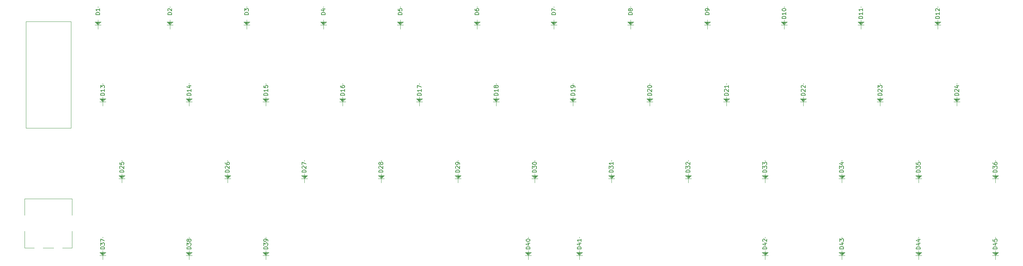
<source format=gbr>
G04 #@! TF.GenerationSoftware,KiCad,Pcbnew,(5.1.2)-2*
G04 #@! TF.CreationDate,2020-02-09T21:54:55+10:00*
G04 #@! TF.ProjectId,AbacusPCB,41626163-7573-4504-9342-2e6b69636164,rev?*
G04 #@! TF.SameCoordinates,Original*
G04 #@! TF.FileFunction,Legend,Top*
G04 #@! TF.FilePolarity,Positive*
%FSLAX46Y46*%
G04 Gerber Fmt 4.6, Leading zero omitted, Abs format (unit mm)*
G04 Created by KiCad (PCBNEW (5.1.2)-2) date 2020-02-09 21:54:55*
%MOMM*%
%LPD*%
G04 APERTURE LIST*
%ADD10C,0.120000*%
%ADD11C,0.150000*%
G04 APERTURE END LIST*
D10*
X96550000Y-175168750D02*
X93950000Y-175168750D01*
X91750000Y-175168750D02*
X89350000Y-175168750D01*
X101150000Y-162968750D02*
X89350000Y-162968750D01*
X101150000Y-171068750D02*
X101150000Y-175168750D01*
X101150000Y-175168750D02*
X98750000Y-175168750D01*
X101150000Y-167068750D02*
X101150000Y-162968750D01*
X89350000Y-167068750D02*
X89350000Y-162968750D01*
X89350000Y-175168750D02*
X89350000Y-171068750D01*
X100838000Y-145446750D02*
X100838000Y-119030750D01*
X89662000Y-145446750D02*
X100838000Y-145446750D01*
X89662000Y-119030750D02*
X89662000Y-145446750D01*
X100838000Y-119030750D02*
X89662000Y-119030750D01*
X108124625Y-119189500D02*
X107045125Y-119189500D01*
X107045125Y-119253000D02*
X108188125Y-119253000D01*
X106918125Y-119253000D02*
X107553125Y-119888000D01*
X107553125Y-119507000D02*
X107807125Y-119253000D01*
X107553125Y-115570000D02*
X107553125Y-115316000D01*
X107426125Y-119253000D02*
X107553125Y-119380000D01*
X108188125Y-119253000D02*
X107045125Y-119253000D01*
X107172125Y-119253000D02*
X107553125Y-119634000D01*
X107553125Y-119888000D02*
X108315125Y-119126000D01*
X107553125Y-119761000D02*
X108061125Y-119253000D01*
X108061125Y-119253000D02*
X107172125Y-119253000D01*
X107807125Y-119253000D02*
X107426125Y-119253000D01*
X108315125Y-119126000D02*
X106791125Y-119126000D01*
X107934125Y-119253000D02*
X107299125Y-119253000D01*
X107045125Y-119253000D02*
X107553125Y-119761000D01*
X107553125Y-119380000D02*
X107680125Y-119253000D01*
X107553125Y-120269000D02*
X107553125Y-118745000D01*
X107553125Y-120269000D02*
X107553125Y-120904000D01*
X107553125Y-118745000D02*
X107553125Y-118618000D01*
X107553125Y-119888000D02*
X108188125Y-119253000D01*
X107299125Y-119253000D02*
X107553125Y-119507000D01*
X108315125Y-119888000D02*
X106791125Y-119888000D01*
X108188125Y-119253000D02*
X108188125Y-119126000D01*
X106918125Y-119126000D02*
X107045125Y-119253000D01*
X107553125Y-119634000D02*
X107934125Y-119253000D01*
X106791125Y-119126000D02*
X107553125Y-119888000D01*
X125984000Y-119189500D02*
X124904500Y-119189500D01*
X124904500Y-119253000D02*
X126047500Y-119253000D01*
X124777500Y-119253000D02*
X125412500Y-119888000D01*
X125412500Y-119507000D02*
X125666500Y-119253000D01*
X125412500Y-115570000D02*
X125412500Y-115316000D01*
X125285500Y-119253000D02*
X125412500Y-119380000D01*
X126047500Y-119253000D02*
X124904500Y-119253000D01*
X125031500Y-119253000D02*
X125412500Y-119634000D01*
X125412500Y-119888000D02*
X126174500Y-119126000D01*
X125412500Y-119761000D02*
X125920500Y-119253000D01*
X125920500Y-119253000D02*
X125031500Y-119253000D01*
X125666500Y-119253000D02*
X125285500Y-119253000D01*
X126174500Y-119126000D02*
X124650500Y-119126000D01*
X125793500Y-119253000D02*
X125158500Y-119253000D01*
X124904500Y-119253000D02*
X125412500Y-119761000D01*
X125412500Y-119380000D02*
X125539500Y-119253000D01*
X125412500Y-120269000D02*
X125412500Y-118745000D01*
X125412500Y-120269000D02*
X125412500Y-120904000D01*
X125412500Y-118745000D02*
X125412500Y-118618000D01*
X125412500Y-119888000D02*
X126047500Y-119253000D01*
X125158500Y-119253000D02*
X125412500Y-119507000D01*
X126174500Y-119888000D02*
X124650500Y-119888000D01*
X126047500Y-119253000D02*
X126047500Y-119126000D01*
X124777500Y-119126000D02*
X124904500Y-119253000D01*
X125412500Y-119634000D02*
X125793500Y-119253000D01*
X124650500Y-119126000D02*
X125412500Y-119888000D01*
X145034000Y-119189500D02*
X143954500Y-119189500D01*
X143954500Y-119253000D02*
X145097500Y-119253000D01*
X143827500Y-119253000D02*
X144462500Y-119888000D01*
X144462500Y-119507000D02*
X144716500Y-119253000D01*
X144462500Y-115570000D02*
X144462500Y-115316000D01*
X144335500Y-119253000D02*
X144462500Y-119380000D01*
X145097500Y-119253000D02*
X143954500Y-119253000D01*
X144081500Y-119253000D02*
X144462500Y-119634000D01*
X144462500Y-119888000D02*
X145224500Y-119126000D01*
X144462500Y-119761000D02*
X144970500Y-119253000D01*
X144970500Y-119253000D02*
X144081500Y-119253000D01*
X144716500Y-119253000D02*
X144335500Y-119253000D01*
X145224500Y-119126000D02*
X143700500Y-119126000D01*
X144843500Y-119253000D02*
X144208500Y-119253000D01*
X143954500Y-119253000D02*
X144462500Y-119761000D01*
X144462500Y-119380000D02*
X144589500Y-119253000D01*
X144462500Y-120269000D02*
X144462500Y-118745000D01*
X144462500Y-120269000D02*
X144462500Y-120904000D01*
X144462500Y-118745000D02*
X144462500Y-118618000D01*
X144462500Y-119888000D02*
X145097500Y-119253000D01*
X144208500Y-119253000D02*
X144462500Y-119507000D01*
X145224500Y-119888000D02*
X143700500Y-119888000D01*
X145097500Y-119253000D02*
X145097500Y-119126000D01*
X143827500Y-119126000D02*
X143954500Y-119253000D01*
X144462500Y-119634000D02*
X144843500Y-119253000D01*
X143700500Y-119126000D02*
X144462500Y-119888000D01*
X164084000Y-119189500D02*
X163004500Y-119189500D01*
X163004500Y-119253000D02*
X164147500Y-119253000D01*
X162877500Y-119253000D02*
X163512500Y-119888000D01*
X163512500Y-119507000D02*
X163766500Y-119253000D01*
X163512500Y-115570000D02*
X163512500Y-115316000D01*
X163385500Y-119253000D02*
X163512500Y-119380000D01*
X164147500Y-119253000D02*
X163004500Y-119253000D01*
X163131500Y-119253000D02*
X163512500Y-119634000D01*
X163512500Y-119888000D02*
X164274500Y-119126000D01*
X163512500Y-119761000D02*
X164020500Y-119253000D01*
X164020500Y-119253000D02*
X163131500Y-119253000D01*
X163766500Y-119253000D02*
X163385500Y-119253000D01*
X164274500Y-119126000D02*
X162750500Y-119126000D01*
X163893500Y-119253000D02*
X163258500Y-119253000D01*
X163004500Y-119253000D02*
X163512500Y-119761000D01*
X163512500Y-119380000D02*
X163639500Y-119253000D01*
X163512500Y-120269000D02*
X163512500Y-118745000D01*
X163512500Y-120269000D02*
X163512500Y-120904000D01*
X163512500Y-118745000D02*
X163512500Y-118618000D01*
X163512500Y-119888000D02*
X164147500Y-119253000D01*
X163258500Y-119253000D02*
X163512500Y-119507000D01*
X164274500Y-119888000D02*
X162750500Y-119888000D01*
X164147500Y-119253000D02*
X164147500Y-119126000D01*
X162877500Y-119126000D02*
X163004500Y-119253000D01*
X163512500Y-119634000D02*
X163893500Y-119253000D01*
X162750500Y-119126000D02*
X163512500Y-119888000D01*
X183134000Y-119189500D02*
X182054500Y-119189500D01*
X182054500Y-119253000D02*
X183197500Y-119253000D01*
X181927500Y-119253000D02*
X182562500Y-119888000D01*
X182562500Y-119507000D02*
X182816500Y-119253000D01*
X182562500Y-115570000D02*
X182562500Y-115316000D01*
X182435500Y-119253000D02*
X182562500Y-119380000D01*
X183197500Y-119253000D02*
X182054500Y-119253000D01*
X182181500Y-119253000D02*
X182562500Y-119634000D01*
X182562500Y-119888000D02*
X183324500Y-119126000D01*
X182562500Y-119761000D02*
X183070500Y-119253000D01*
X183070500Y-119253000D02*
X182181500Y-119253000D01*
X182816500Y-119253000D02*
X182435500Y-119253000D01*
X183324500Y-119126000D02*
X181800500Y-119126000D01*
X182943500Y-119253000D02*
X182308500Y-119253000D01*
X182054500Y-119253000D02*
X182562500Y-119761000D01*
X182562500Y-119380000D02*
X182689500Y-119253000D01*
X182562500Y-120269000D02*
X182562500Y-118745000D01*
X182562500Y-120269000D02*
X182562500Y-120904000D01*
X182562500Y-118745000D02*
X182562500Y-118618000D01*
X182562500Y-119888000D02*
X183197500Y-119253000D01*
X182308500Y-119253000D02*
X182562500Y-119507000D01*
X183324500Y-119888000D02*
X181800500Y-119888000D01*
X183197500Y-119253000D02*
X183197500Y-119126000D01*
X181927500Y-119126000D02*
X182054500Y-119253000D01*
X182562500Y-119634000D02*
X182943500Y-119253000D01*
X181800500Y-119126000D02*
X182562500Y-119888000D01*
X202184000Y-119189500D02*
X201104500Y-119189500D01*
X201104500Y-119253000D02*
X202247500Y-119253000D01*
X200977500Y-119253000D02*
X201612500Y-119888000D01*
X201612500Y-119507000D02*
X201866500Y-119253000D01*
X201612500Y-115570000D02*
X201612500Y-115316000D01*
X201485500Y-119253000D02*
X201612500Y-119380000D01*
X202247500Y-119253000D02*
X201104500Y-119253000D01*
X201231500Y-119253000D02*
X201612500Y-119634000D01*
X201612500Y-119888000D02*
X202374500Y-119126000D01*
X201612500Y-119761000D02*
X202120500Y-119253000D01*
X202120500Y-119253000D02*
X201231500Y-119253000D01*
X201866500Y-119253000D02*
X201485500Y-119253000D01*
X202374500Y-119126000D02*
X200850500Y-119126000D01*
X201993500Y-119253000D02*
X201358500Y-119253000D01*
X201104500Y-119253000D02*
X201612500Y-119761000D01*
X201612500Y-119380000D02*
X201739500Y-119253000D01*
X201612500Y-120269000D02*
X201612500Y-118745000D01*
X201612500Y-120269000D02*
X201612500Y-120904000D01*
X201612500Y-118745000D02*
X201612500Y-118618000D01*
X201612500Y-119888000D02*
X202247500Y-119253000D01*
X201358500Y-119253000D02*
X201612500Y-119507000D01*
X202374500Y-119888000D02*
X200850500Y-119888000D01*
X202247500Y-119253000D02*
X202247500Y-119126000D01*
X200977500Y-119126000D02*
X201104500Y-119253000D01*
X201612500Y-119634000D02*
X201993500Y-119253000D01*
X200850500Y-119126000D02*
X201612500Y-119888000D01*
X221234000Y-119189500D02*
X220154500Y-119189500D01*
X220154500Y-119253000D02*
X221297500Y-119253000D01*
X220027500Y-119253000D02*
X220662500Y-119888000D01*
X220662500Y-119507000D02*
X220916500Y-119253000D01*
X220662500Y-115570000D02*
X220662500Y-115316000D01*
X220535500Y-119253000D02*
X220662500Y-119380000D01*
X221297500Y-119253000D02*
X220154500Y-119253000D01*
X220281500Y-119253000D02*
X220662500Y-119634000D01*
X220662500Y-119888000D02*
X221424500Y-119126000D01*
X220662500Y-119761000D02*
X221170500Y-119253000D01*
X221170500Y-119253000D02*
X220281500Y-119253000D01*
X220916500Y-119253000D02*
X220535500Y-119253000D01*
X221424500Y-119126000D02*
X219900500Y-119126000D01*
X221043500Y-119253000D02*
X220408500Y-119253000D01*
X220154500Y-119253000D02*
X220662500Y-119761000D01*
X220662500Y-119380000D02*
X220789500Y-119253000D01*
X220662500Y-120269000D02*
X220662500Y-118745000D01*
X220662500Y-120269000D02*
X220662500Y-120904000D01*
X220662500Y-118745000D02*
X220662500Y-118618000D01*
X220662500Y-119888000D02*
X221297500Y-119253000D01*
X220408500Y-119253000D02*
X220662500Y-119507000D01*
X221424500Y-119888000D02*
X219900500Y-119888000D01*
X221297500Y-119253000D02*
X221297500Y-119126000D01*
X220027500Y-119126000D02*
X220154500Y-119253000D01*
X220662500Y-119634000D02*
X221043500Y-119253000D01*
X219900500Y-119126000D02*
X220662500Y-119888000D01*
X240284000Y-119189500D02*
X239204500Y-119189500D01*
X239204500Y-119253000D02*
X240347500Y-119253000D01*
X239077500Y-119253000D02*
X239712500Y-119888000D01*
X239712500Y-119507000D02*
X239966500Y-119253000D01*
X239712500Y-115570000D02*
X239712500Y-115316000D01*
X239585500Y-119253000D02*
X239712500Y-119380000D01*
X240347500Y-119253000D02*
X239204500Y-119253000D01*
X239331500Y-119253000D02*
X239712500Y-119634000D01*
X239712500Y-119888000D02*
X240474500Y-119126000D01*
X239712500Y-119761000D02*
X240220500Y-119253000D01*
X240220500Y-119253000D02*
X239331500Y-119253000D01*
X239966500Y-119253000D02*
X239585500Y-119253000D01*
X240474500Y-119126000D02*
X238950500Y-119126000D01*
X240093500Y-119253000D02*
X239458500Y-119253000D01*
X239204500Y-119253000D02*
X239712500Y-119761000D01*
X239712500Y-119380000D02*
X239839500Y-119253000D01*
X239712500Y-120269000D02*
X239712500Y-118745000D01*
X239712500Y-120269000D02*
X239712500Y-120904000D01*
X239712500Y-118745000D02*
X239712500Y-118618000D01*
X239712500Y-119888000D02*
X240347500Y-119253000D01*
X239458500Y-119253000D02*
X239712500Y-119507000D01*
X240474500Y-119888000D02*
X238950500Y-119888000D01*
X240347500Y-119253000D02*
X240347500Y-119126000D01*
X239077500Y-119126000D02*
X239204500Y-119253000D01*
X239712500Y-119634000D02*
X240093500Y-119253000D01*
X238950500Y-119126000D02*
X239712500Y-119888000D01*
X259334000Y-119189500D02*
X258254500Y-119189500D01*
X258254500Y-119253000D02*
X259397500Y-119253000D01*
X258127500Y-119253000D02*
X258762500Y-119888000D01*
X258762500Y-119507000D02*
X259016500Y-119253000D01*
X258762500Y-115570000D02*
X258762500Y-115316000D01*
X258635500Y-119253000D02*
X258762500Y-119380000D01*
X259397500Y-119253000D02*
X258254500Y-119253000D01*
X258381500Y-119253000D02*
X258762500Y-119634000D01*
X258762500Y-119888000D02*
X259524500Y-119126000D01*
X258762500Y-119761000D02*
X259270500Y-119253000D01*
X259270500Y-119253000D02*
X258381500Y-119253000D01*
X259016500Y-119253000D02*
X258635500Y-119253000D01*
X259524500Y-119126000D02*
X258000500Y-119126000D01*
X259143500Y-119253000D02*
X258508500Y-119253000D01*
X258254500Y-119253000D02*
X258762500Y-119761000D01*
X258762500Y-119380000D02*
X258889500Y-119253000D01*
X258762500Y-120269000D02*
X258762500Y-118745000D01*
X258762500Y-120269000D02*
X258762500Y-120904000D01*
X258762500Y-118745000D02*
X258762500Y-118618000D01*
X258762500Y-119888000D02*
X259397500Y-119253000D01*
X258508500Y-119253000D02*
X258762500Y-119507000D01*
X259524500Y-119888000D02*
X258000500Y-119888000D01*
X259397500Y-119253000D02*
X259397500Y-119126000D01*
X258127500Y-119126000D02*
X258254500Y-119253000D01*
X258762500Y-119634000D02*
X259143500Y-119253000D01*
X258000500Y-119126000D02*
X258762500Y-119888000D01*
X278384000Y-119189500D02*
X277304500Y-119189500D01*
X277304500Y-119253000D02*
X278447500Y-119253000D01*
X277177500Y-119253000D02*
X277812500Y-119888000D01*
X277812500Y-119507000D02*
X278066500Y-119253000D01*
X277812500Y-115570000D02*
X277812500Y-115316000D01*
X277685500Y-119253000D02*
X277812500Y-119380000D01*
X278447500Y-119253000D02*
X277304500Y-119253000D01*
X277431500Y-119253000D02*
X277812500Y-119634000D01*
X277812500Y-119888000D02*
X278574500Y-119126000D01*
X277812500Y-119761000D02*
X278320500Y-119253000D01*
X278320500Y-119253000D02*
X277431500Y-119253000D01*
X278066500Y-119253000D02*
X277685500Y-119253000D01*
X278574500Y-119126000D02*
X277050500Y-119126000D01*
X278193500Y-119253000D02*
X277558500Y-119253000D01*
X277304500Y-119253000D02*
X277812500Y-119761000D01*
X277812500Y-119380000D02*
X277939500Y-119253000D01*
X277812500Y-120269000D02*
X277812500Y-118745000D01*
X277812500Y-120269000D02*
X277812500Y-120904000D01*
X277812500Y-118745000D02*
X277812500Y-118618000D01*
X277812500Y-119888000D02*
X278447500Y-119253000D01*
X277558500Y-119253000D02*
X277812500Y-119507000D01*
X278574500Y-119888000D02*
X277050500Y-119888000D01*
X278447500Y-119253000D02*
X278447500Y-119126000D01*
X277177500Y-119126000D02*
X277304500Y-119253000D01*
X277812500Y-119634000D02*
X278193500Y-119253000D01*
X277050500Y-119126000D02*
X277812500Y-119888000D01*
X297434000Y-119189500D02*
X296354500Y-119189500D01*
X296354500Y-119253000D02*
X297497500Y-119253000D01*
X296227500Y-119253000D02*
X296862500Y-119888000D01*
X296862500Y-119507000D02*
X297116500Y-119253000D01*
X296862500Y-115570000D02*
X296862500Y-115316000D01*
X296735500Y-119253000D02*
X296862500Y-119380000D01*
X297497500Y-119253000D02*
X296354500Y-119253000D01*
X296481500Y-119253000D02*
X296862500Y-119634000D01*
X296862500Y-119888000D02*
X297624500Y-119126000D01*
X296862500Y-119761000D02*
X297370500Y-119253000D01*
X297370500Y-119253000D02*
X296481500Y-119253000D01*
X297116500Y-119253000D02*
X296735500Y-119253000D01*
X297624500Y-119126000D02*
X296100500Y-119126000D01*
X297243500Y-119253000D02*
X296608500Y-119253000D01*
X296354500Y-119253000D02*
X296862500Y-119761000D01*
X296862500Y-119380000D02*
X296989500Y-119253000D01*
X296862500Y-120269000D02*
X296862500Y-118745000D01*
X296862500Y-120269000D02*
X296862500Y-120904000D01*
X296862500Y-118745000D02*
X296862500Y-118618000D01*
X296862500Y-119888000D02*
X297497500Y-119253000D01*
X296608500Y-119253000D02*
X296862500Y-119507000D01*
X297624500Y-119888000D02*
X296100500Y-119888000D01*
X297497500Y-119253000D02*
X297497500Y-119126000D01*
X296227500Y-119126000D02*
X296354500Y-119253000D01*
X296862500Y-119634000D02*
X297243500Y-119253000D01*
X296100500Y-119126000D02*
X296862500Y-119888000D01*
X316484000Y-119189500D02*
X315404500Y-119189500D01*
X315404500Y-119253000D02*
X316547500Y-119253000D01*
X315277500Y-119253000D02*
X315912500Y-119888000D01*
X315912500Y-119507000D02*
X316166500Y-119253000D01*
X315912500Y-115570000D02*
X315912500Y-115316000D01*
X315785500Y-119253000D02*
X315912500Y-119380000D01*
X316547500Y-119253000D02*
X315404500Y-119253000D01*
X315531500Y-119253000D02*
X315912500Y-119634000D01*
X315912500Y-119888000D02*
X316674500Y-119126000D01*
X315912500Y-119761000D02*
X316420500Y-119253000D01*
X316420500Y-119253000D02*
X315531500Y-119253000D01*
X316166500Y-119253000D02*
X315785500Y-119253000D01*
X316674500Y-119126000D02*
X315150500Y-119126000D01*
X316293500Y-119253000D02*
X315658500Y-119253000D01*
X315404500Y-119253000D02*
X315912500Y-119761000D01*
X315912500Y-119380000D02*
X316039500Y-119253000D01*
X315912500Y-120269000D02*
X315912500Y-118745000D01*
X315912500Y-120269000D02*
X315912500Y-120904000D01*
X315912500Y-118745000D02*
X315912500Y-118618000D01*
X315912500Y-119888000D02*
X316547500Y-119253000D01*
X315658500Y-119253000D02*
X315912500Y-119507000D01*
X316674500Y-119888000D02*
X315150500Y-119888000D01*
X316547500Y-119253000D02*
X316547500Y-119126000D01*
X315277500Y-119126000D02*
X315404500Y-119253000D01*
X315912500Y-119634000D02*
X316293500Y-119253000D01*
X315150500Y-119126000D02*
X315912500Y-119888000D01*
X109315250Y-138239500D02*
X108235750Y-138239500D01*
X108235750Y-138303000D02*
X109378750Y-138303000D01*
X108108750Y-138303000D02*
X108743750Y-138938000D01*
X108743750Y-138557000D02*
X108997750Y-138303000D01*
X108743750Y-134620000D02*
X108743750Y-134366000D01*
X108616750Y-138303000D02*
X108743750Y-138430000D01*
X109378750Y-138303000D02*
X108235750Y-138303000D01*
X108362750Y-138303000D02*
X108743750Y-138684000D01*
X108743750Y-138938000D02*
X109505750Y-138176000D01*
X108743750Y-138811000D02*
X109251750Y-138303000D01*
X109251750Y-138303000D02*
X108362750Y-138303000D01*
X108997750Y-138303000D02*
X108616750Y-138303000D01*
X109505750Y-138176000D02*
X107981750Y-138176000D01*
X109124750Y-138303000D02*
X108489750Y-138303000D01*
X108235750Y-138303000D02*
X108743750Y-138811000D01*
X108743750Y-138430000D02*
X108870750Y-138303000D01*
X108743750Y-139319000D02*
X108743750Y-137795000D01*
X108743750Y-139319000D02*
X108743750Y-139954000D01*
X108743750Y-137795000D02*
X108743750Y-137668000D01*
X108743750Y-138938000D02*
X109378750Y-138303000D01*
X108489750Y-138303000D02*
X108743750Y-138557000D01*
X109505750Y-138938000D02*
X107981750Y-138938000D01*
X109378750Y-138303000D02*
X109378750Y-138176000D01*
X108108750Y-138176000D02*
X108235750Y-138303000D01*
X108743750Y-138684000D02*
X109124750Y-138303000D01*
X107981750Y-138176000D02*
X108743750Y-138938000D01*
X130746500Y-138239500D02*
X129667000Y-138239500D01*
X129667000Y-138303000D02*
X130810000Y-138303000D01*
X129540000Y-138303000D02*
X130175000Y-138938000D01*
X130175000Y-138557000D02*
X130429000Y-138303000D01*
X130175000Y-134620000D02*
X130175000Y-134366000D01*
X130048000Y-138303000D02*
X130175000Y-138430000D01*
X130810000Y-138303000D02*
X129667000Y-138303000D01*
X129794000Y-138303000D02*
X130175000Y-138684000D01*
X130175000Y-138938000D02*
X130937000Y-138176000D01*
X130175000Y-138811000D02*
X130683000Y-138303000D01*
X130683000Y-138303000D02*
X129794000Y-138303000D01*
X130429000Y-138303000D02*
X130048000Y-138303000D01*
X130937000Y-138176000D02*
X129413000Y-138176000D01*
X130556000Y-138303000D02*
X129921000Y-138303000D01*
X129667000Y-138303000D02*
X130175000Y-138811000D01*
X130175000Y-138430000D02*
X130302000Y-138303000D01*
X130175000Y-139319000D02*
X130175000Y-137795000D01*
X130175000Y-139319000D02*
X130175000Y-139954000D01*
X130175000Y-137795000D02*
X130175000Y-137668000D01*
X130175000Y-138938000D02*
X130810000Y-138303000D01*
X129921000Y-138303000D02*
X130175000Y-138557000D01*
X130937000Y-138938000D02*
X129413000Y-138938000D01*
X130810000Y-138303000D02*
X130810000Y-138176000D01*
X129540000Y-138176000D02*
X129667000Y-138303000D01*
X130175000Y-138684000D02*
X130556000Y-138303000D01*
X129413000Y-138176000D02*
X130175000Y-138938000D01*
X149796500Y-138239500D02*
X148717000Y-138239500D01*
X148717000Y-138303000D02*
X149860000Y-138303000D01*
X148590000Y-138303000D02*
X149225000Y-138938000D01*
X149225000Y-138557000D02*
X149479000Y-138303000D01*
X149225000Y-134620000D02*
X149225000Y-134366000D01*
X149098000Y-138303000D02*
X149225000Y-138430000D01*
X149860000Y-138303000D02*
X148717000Y-138303000D01*
X148844000Y-138303000D02*
X149225000Y-138684000D01*
X149225000Y-138938000D02*
X149987000Y-138176000D01*
X149225000Y-138811000D02*
X149733000Y-138303000D01*
X149733000Y-138303000D02*
X148844000Y-138303000D01*
X149479000Y-138303000D02*
X149098000Y-138303000D01*
X149987000Y-138176000D02*
X148463000Y-138176000D01*
X149606000Y-138303000D02*
X148971000Y-138303000D01*
X148717000Y-138303000D02*
X149225000Y-138811000D01*
X149225000Y-138430000D02*
X149352000Y-138303000D01*
X149225000Y-139319000D02*
X149225000Y-137795000D01*
X149225000Y-139319000D02*
X149225000Y-139954000D01*
X149225000Y-137795000D02*
X149225000Y-137668000D01*
X149225000Y-138938000D02*
X149860000Y-138303000D01*
X148971000Y-138303000D02*
X149225000Y-138557000D01*
X149987000Y-138938000D02*
X148463000Y-138938000D01*
X149860000Y-138303000D02*
X149860000Y-138176000D01*
X148590000Y-138176000D02*
X148717000Y-138303000D01*
X149225000Y-138684000D02*
X149606000Y-138303000D01*
X148463000Y-138176000D02*
X149225000Y-138938000D01*
X168846500Y-138239500D02*
X167767000Y-138239500D01*
X167767000Y-138303000D02*
X168910000Y-138303000D01*
X167640000Y-138303000D02*
X168275000Y-138938000D01*
X168275000Y-138557000D02*
X168529000Y-138303000D01*
X168275000Y-134620000D02*
X168275000Y-134366000D01*
X168148000Y-138303000D02*
X168275000Y-138430000D01*
X168910000Y-138303000D02*
X167767000Y-138303000D01*
X167894000Y-138303000D02*
X168275000Y-138684000D01*
X168275000Y-138938000D02*
X169037000Y-138176000D01*
X168275000Y-138811000D02*
X168783000Y-138303000D01*
X168783000Y-138303000D02*
X167894000Y-138303000D01*
X168529000Y-138303000D02*
X168148000Y-138303000D01*
X169037000Y-138176000D02*
X167513000Y-138176000D01*
X168656000Y-138303000D02*
X168021000Y-138303000D01*
X167767000Y-138303000D02*
X168275000Y-138811000D01*
X168275000Y-138430000D02*
X168402000Y-138303000D01*
X168275000Y-139319000D02*
X168275000Y-137795000D01*
X168275000Y-139319000D02*
X168275000Y-139954000D01*
X168275000Y-137795000D02*
X168275000Y-137668000D01*
X168275000Y-138938000D02*
X168910000Y-138303000D01*
X168021000Y-138303000D02*
X168275000Y-138557000D01*
X169037000Y-138938000D02*
X167513000Y-138938000D01*
X168910000Y-138303000D02*
X168910000Y-138176000D01*
X167640000Y-138176000D02*
X167767000Y-138303000D01*
X168275000Y-138684000D02*
X168656000Y-138303000D01*
X167513000Y-138176000D02*
X168275000Y-138938000D01*
X187896500Y-138239500D02*
X186817000Y-138239500D01*
X186817000Y-138303000D02*
X187960000Y-138303000D01*
X186690000Y-138303000D02*
X187325000Y-138938000D01*
X187325000Y-138557000D02*
X187579000Y-138303000D01*
X187325000Y-134620000D02*
X187325000Y-134366000D01*
X187198000Y-138303000D02*
X187325000Y-138430000D01*
X187960000Y-138303000D02*
X186817000Y-138303000D01*
X186944000Y-138303000D02*
X187325000Y-138684000D01*
X187325000Y-138938000D02*
X188087000Y-138176000D01*
X187325000Y-138811000D02*
X187833000Y-138303000D01*
X187833000Y-138303000D02*
X186944000Y-138303000D01*
X187579000Y-138303000D02*
X187198000Y-138303000D01*
X188087000Y-138176000D02*
X186563000Y-138176000D01*
X187706000Y-138303000D02*
X187071000Y-138303000D01*
X186817000Y-138303000D02*
X187325000Y-138811000D01*
X187325000Y-138430000D02*
X187452000Y-138303000D01*
X187325000Y-139319000D02*
X187325000Y-137795000D01*
X187325000Y-139319000D02*
X187325000Y-139954000D01*
X187325000Y-137795000D02*
X187325000Y-137668000D01*
X187325000Y-138938000D02*
X187960000Y-138303000D01*
X187071000Y-138303000D02*
X187325000Y-138557000D01*
X188087000Y-138938000D02*
X186563000Y-138938000D01*
X187960000Y-138303000D02*
X187960000Y-138176000D01*
X186690000Y-138176000D02*
X186817000Y-138303000D01*
X187325000Y-138684000D02*
X187706000Y-138303000D01*
X186563000Y-138176000D02*
X187325000Y-138938000D01*
X206946500Y-138239500D02*
X205867000Y-138239500D01*
X205867000Y-138303000D02*
X207010000Y-138303000D01*
X205740000Y-138303000D02*
X206375000Y-138938000D01*
X206375000Y-138557000D02*
X206629000Y-138303000D01*
X206375000Y-134620000D02*
X206375000Y-134366000D01*
X206248000Y-138303000D02*
X206375000Y-138430000D01*
X207010000Y-138303000D02*
X205867000Y-138303000D01*
X205994000Y-138303000D02*
X206375000Y-138684000D01*
X206375000Y-138938000D02*
X207137000Y-138176000D01*
X206375000Y-138811000D02*
X206883000Y-138303000D01*
X206883000Y-138303000D02*
X205994000Y-138303000D01*
X206629000Y-138303000D02*
X206248000Y-138303000D01*
X207137000Y-138176000D02*
X205613000Y-138176000D01*
X206756000Y-138303000D02*
X206121000Y-138303000D01*
X205867000Y-138303000D02*
X206375000Y-138811000D01*
X206375000Y-138430000D02*
X206502000Y-138303000D01*
X206375000Y-139319000D02*
X206375000Y-137795000D01*
X206375000Y-139319000D02*
X206375000Y-139954000D01*
X206375000Y-137795000D02*
X206375000Y-137668000D01*
X206375000Y-138938000D02*
X207010000Y-138303000D01*
X206121000Y-138303000D02*
X206375000Y-138557000D01*
X207137000Y-138938000D02*
X205613000Y-138938000D01*
X207010000Y-138303000D02*
X207010000Y-138176000D01*
X205740000Y-138176000D02*
X205867000Y-138303000D01*
X206375000Y-138684000D02*
X206756000Y-138303000D01*
X205613000Y-138176000D02*
X206375000Y-138938000D01*
X225996500Y-138239500D02*
X224917000Y-138239500D01*
X224917000Y-138303000D02*
X226060000Y-138303000D01*
X224790000Y-138303000D02*
X225425000Y-138938000D01*
X225425000Y-138557000D02*
X225679000Y-138303000D01*
X225425000Y-134620000D02*
X225425000Y-134366000D01*
X225298000Y-138303000D02*
X225425000Y-138430000D01*
X226060000Y-138303000D02*
X224917000Y-138303000D01*
X225044000Y-138303000D02*
X225425000Y-138684000D01*
X225425000Y-138938000D02*
X226187000Y-138176000D01*
X225425000Y-138811000D02*
X225933000Y-138303000D01*
X225933000Y-138303000D02*
X225044000Y-138303000D01*
X225679000Y-138303000D02*
X225298000Y-138303000D01*
X226187000Y-138176000D02*
X224663000Y-138176000D01*
X225806000Y-138303000D02*
X225171000Y-138303000D01*
X224917000Y-138303000D02*
X225425000Y-138811000D01*
X225425000Y-138430000D02*
X225552000Y-138303000D01*
X225425000Y-139319000D02*
X225425000Y-137795000D01*
X225425000Y-139319000D02*
X225425000Y-139954000D01*
X225425000Y-137795000D02*
X225425000Y-137668000D01*
X225425000Y-138938000D02*
X226060000Y-138303000D01*
X225171000Y-138303000D02*
X225425000Y-138557000D01*
X226187000Y-138938000D02*
X224663000Y-138938000D01*
X226060000Y-138303000D02*
X226060000Y-138176000D01*
X224790000Y-138176000D02*
X224917000Y-138303000D01*
X225425000Y-138684000D02*
X225806000Y-138303000D01*
X224663000Y-138176000D02*
X225425000Y-138938000D01*
X245046500Y-138239500D02*
X243967000Y-138239500D01*
X243967000Y-138303000D02*
X245110000Y-138303000D01*
X243840000Y-138303000D02*
X244475000Y-138938000D01*
X244475000Y-138557000D02*
X244729000Y-138303000D01*
X244475000Y-134620000D02*
X244475000Y-134366000D01*
X244348000Y-138303000D02*
X244475000Y-138430000D01*
X245110000Y-138303000D02*
X243967000Y-138303000D01*
X244094000Y-138303000D02*
X244475000Y-138684000D01*
X244475000Y-138938000D02*
X245237000Y-138176000D01*
X244475000Y-138811000D02*
X244983000Y-138303000D01*
X244983000Y-138303000D02*
X244094000Y-138303000D01*
X244729000Y-138303000D02*
X244348000Y-138303000D01*
X245237000Y-138176000D02*
X243713000Y-138176000D01*
X244856000Y-138303000D02*
X244221000Y-138303000D01*
X243967000Y-138303000D02*
X244475000Y-138811000D01*
X244475000Y-138430000D02*
X244602000Y-138303000D01*
X244475000Y-139319000D02*
X244475000Y-137795000D01*
X244475000Y-139319000D02*
X244475000Y-139954000D01*
X244475000Y-137795000D02*
X244475000Y-137668000D01*
X244475000Y-138938000D02*
X245110000Y-138303000D01*
X244221000Y-138303000D02*
X244475000Y-138557000D01*
X245237000Y-138938000D02*
X243713000Y-138938000D01*
X245110000Y-138303000D02*
X245110000Y-138176000D01*
X243840000Y-138176000D02*
X243967000Y-138303000D01*
X244475000Y-138684000D02*
X244856000Y-138303000D01*
X243713000Y-138176000D02*
X244475000Y-138938000D01*
X264096500Y-138239500D02*
X263017000Y-138239500D01*
X263017000Y-138303000D02*
X264160000Y-138303000D01*
X262890000Y-138303000D02*
X263525000Y-138938000D01*
X263525000Y-138557000D02*
X263779000Y-138303000D01*
X263525000Y-134620000D02*
X263525000Y-134366000D01*
X263398000Y-138303000D02*
X263525000Y-138430000D01*
X264160000Y-138303000D02*
X263017000Y-138303000D01*
X263144000Y-138303000D02*
X263525000Y-138684000D01*
X263525000Y-138938000D02*
X264287000Y-138176000D01*
X263525000Y-138811000D02*
X264033000Y-138303000D01*
X264033000Y-138303000D02*
X263144000Y-138303000D01*
X263779000Y-138303000D02*
X263398000Y-138303000D01*
X264287000Y-138176000D02*
X262763000Y-138176000D01*
X263906000Y-138303000D02*
X263271000Y-138303000D01*
X263017000Y-138303000D02*
X263525000Y-138811000D01*
X263525000Y-138430000D02*
X263652000Y-138303000D01*
X263525000Y-139319000D02*
X263525000Y-137795000D01*
X263525000Y-139319000D02*
X263525000Y-139954000D01*
X263525000Y-137795000D02*
X263525000Y-137668000D01*
X263525000Y-138938000D02*
X264160000Y-138303000D01*
X263271000Y-138303000D02*
X263525000Y-138557000D01*
X264287000Y-138938000D02*
X262763000Y-138938000D01*
X264160000Y-138303000D02*
X264160000Y-138176000D01*
X262890000Y-138176000D02*
X263017000Y-138303000D01*
X263525000Y-138684000D02*
X263906000Y-138303000D01*
X262763000Y-138176000D02*
X263525000Y-138938000D01*
X283146500Y-138239500D02*
X282067000Y-138239500D01*
X282067000Y-138303000D02*
X283210000Y-138303000D01*
X281940000Y-138303000D02*
X282575000Y-138938000D01*
X282575000Y-138557000D02*
X282829000Y-138303000D01*
X282575000Y-134620000D02*
X282575000Y-134366000D01*
X282448000Y-138303000D02*
X282575000Y-138430000D01*
X283210000Y-138303000D02*
X282067000Y-138303000D01*
X282194000Y-138303000D02*
X282575000Y-138684000D01*
X282575000Y-138938000D02*
X283337000Y-138176000D01*
X282575000Y-138811000D02*
X283083000Y-138303000D01*
X283083000Y-138303000D02*
X282194000Y-138303000D01*
X282829000Y-138303000D02*
X282448000Y-138303000D01*
X283337000Y-138176000D02*
X281813000Y-138176000D01*
X282956000Y-138303000D02*
X282321000Y-138303000D01*
X282067000Y-138303000D02*
X282575000Y-138811000D01*
X282575000Y-138430000D02*
X282702000Y-138303000D01*
X282575000Y-139319000D02*
X282575000Y-137795000D01*
X282575000Y-139319000D02*
X282575000Y-139954000D01*
X282575000Y-137795000D02*
X282575000Y-137668000D01*
X282575000Y-138938000D02*
X283210000Y-138303000D01*
X282321000Y-138303000D02*
X282575000Y-138557000D01*
X283337000Y-138938000D02*
X281813000Y-138938000D01*
X283210000Y-138303000D02*
X283210000Y-138176000D01*
X281940000Y-138176000D02*
X282067000Y-138303000D01*
X282575000Y-138684000D02*
X282956000Y-138303000D01*
X281813000Y-138176000D02*
X282575000Y-138938000D01*
X302196500Y-138239500D02*
X301117000Y-138239500D01*
X301117000Y-138303000D02*
X302260000Y-138303000D01*
X300990000Y-138303000D02*
X301625000Y-138938000D01*
X301625000Y-138557000D02*
X301879000Y-138303000D01*
X301625000Y-134620000D02*
X301625000Y-134366000D01*
X301498000Y-138303000D02*
X301625000Y-138430000D01*
X302260000Y-138303000D02*
X301117000Y-138303000D01*
X301244000Y-138303000D02*
X301625000Y-138684000D01*
X301625000Y-138938000D02*
X302387000Y-138176000D01*
X301625000Y-138811000D02*
X302133000Y-138303000D01*
X302133000Y-138303000D02*
X301244000Y-138303000D01*
X301879000Y-138303000D02*
X301498000Y-138303000D01*
X302387000Y-138176000D02*
X300863000Y-138176000D01*
X302006000Y-138303000D02*
X301371000Y-138303000D01*
X301117000Y-138303000D02*
X301625000Y-138811000D01*
X301625000Y-138430000D02*
X301752000Y-138303000D01*
X301625000Y-139319000D02*
X301625000Y-137795000D01*
X301625000Y-139319000D02*
X301625000Y-139954000D01*
X301625000Y-137795000D02*
X301625000Y-137668000D01*
X301625000Y-138938000D02*
X302260000Y-138303000D01*
X301371000Y-138303000D02*
X301625000Y-138557000D01*
X302387000Y-138938000D02*
X300863000Y-138938000D01*
X302260000Y-138303000D02*
X302260000Y-138176000D01*
X300990000Y-138176000D02*
X301117000Y-138303000D01*
X301625000Y-138684000D02*
X302006000Y-138303000D01*
X300863000Y-138176000D02*
X301625000Y-138938000D01*
X321246500Y-138239500D02*
X320167000Y-138239500D01*
X320167000Y-138303000D02*
X321310000Y-138303000D01*
X320040000Y-138303000D02*
X320675000Y-138938000D01*
X320675000Y-138557000D02*
X320929000Y-138303000D01*
X320675000Y-134620000D02*
X320675000Y-134366000D01*
X320548000Y-138303000D02*
X320675000Y-138430000D01*
X321310000Y-138303000D02*
X320167000Y-138303000D01*
X320294000Y-138303000D02*
X320675000Y-138684000D01*
X320675000Y-138938000D02*
X321437000Y-138176000D01*
X320675000Y-138811000D02*
X321183000Y-138303000D01*
X321183000Y-138303000D02*
X320294000Y-138303000D01*
X320929000Y-138303000D02*
X320548000Y-138303000D01*
X321437000Y-138176000D02*
X319913000Y-138176000D01*
X321056000Y-138303000D02*
X320421000Y-138303000D01*
X320167000Y-138303000D02*
X320675000Y-138811000D01*
X320675000Y-138430000D02*
X320802000Y-138303000D01*
X320675000Y-139319000D02*
X320675000Y-137795000D01*
X320675000Y-139319000D02*
X320675000Y-139954000D01*
X320675000Y-137795000D02*
X320675000Y-137668000D01*
X320675000Y-138938000D02*
X321310000Y-138303000D01*
X320421000Y-138303000D02*
X320675000Y-138557000D01*
X321437000Y-138938000D02*
X319913000Y-138938000D01*
X321310000Y-138303000D02*
X321310000Y-138176000D01*
X320040000Y-138176000D02*
X320167000Y-138303000D01*
X320675000Y-138684000D02*
X321056000Y-138303000D01*
X319913000Y-138176000D02*
X320675000Y-138938000D01*
X114077750Y-157289500D02*
X112998250Y-157289500D01*
X112998250Y-157353000D02*
X114141250Y-157353000D01*
X112871250Y-157353000D02*
X113506250Y-157988000D01*
X113506250Y-157607000D02*
X113760250Y-157353000D01*
X113506250Y-153670000D02*
X113506250Y-153416000D01*
X113379250Y-157353000D02*
X113506250Y-157480000D01*
X114141250Y-157353000D02*
X112998250Y-157353000D01*
X113125250Y-157353000D02*
X113506250Y-157734000D01*
X113506250Y-157988000D02*
X114268250Y-157226000D01*
X113506250Y-157861000D02*
X114014250Y-157353000D01*
X114014250Y-157353000D02*
X113125250Y-157353000D01*
X113760250Y-157353000D02*
X113379250Y-157353000D01*
X114268250Y-157226000D02*
X112744250Y-157226000D01*
X113887250Y-157353000D02*
X113252250Y-157353000D01*
X112998250Y-157353000D02*
X113506250Y-157861000D01*
X113506250Y-157480000D02*
X113633250Y-157353000D01*
X113506250Y-158369000D02*
X113506250Y-156845000D01*
X113506250Y-158369000D02*
X113506250Y-159004000D01*
X113506250Y-156845000D02*
X113506250Y-156718000D01*
X113506250Y-157988000D02*
X114141250Y-157353000D01*
X113252250Y-157353000D02*
X113506250Y-157607000D01*
X114268250Y-157988000D02*
X112744250Y-157988000D01*
X114141250Y-157353000D02*
X114141250Y-157226000D01*
X112871250Y-157226000D02*
X112998250Y-157353000D01*
X113506250Y-157734000D02*
X113887250Y-157353000D01*
X112744250Y-157226000D02*
X113506250Y-157988000D01*
X140271500Y-157289500D02*
X139192000Y-157289500D01*
X139192000Y-157353000D02*
X140335000Y-157353000D01*
X139065000Y-157353000D02*
X139700000Y-157988000D01*
X139700000Y-157607000D02*
X139954000Y-157353000D01*
X139700000Y-153670000D02*
X139700000Y-153416000D01*
X139573000Y-157353000D02*
X139700000Y-157480000D01*
X140335000Y-157353000D02*
X139192000Y-157353000D01*
X139319000Y-157353000D02*
X139700000Y-157734000D01*
X139700000Y-157988000D02*
X140462000Y-157226000D01*
X139700000Y-157861000D02*
X140208000Y-157353000D01*
X140208000Y-157353000D02*
X139319000Y-157353000D01*
X139954000Y-157353000D02*
X139573000Y-157353000D01*
X140462000Y-157226000D02*
X138938000Y-157226000D01*
X140081000Y-157353000D02*
X139446000Y-157353000D01*
X139192000Y-157353000D02*
X139700000Y-157861000D01*
X139700000Y-157480000D02*
X139827000Y-157353000D01*
X139700000Y-158369000D02*
X139700000Y-156845000D01*
X139700000Y-158369000D02*
X139700000Y-159004000D01*
X139700000Y-156845000D02*
X139700000Y-156718000D01*
X139700000Y-157988000D02*
X140335000Y-157353000D01*
X139446000Y-157353000D02*
X139700000Y-157607000D01*
X140462000Y-157988000D02*
X138938000Y-157988000D01*
X140335000Y-157353000D02*
X140335000Y-157226000D01*
X139065000Y-157226000D02*
X139192000Y-157353000D01*
X139700000Y-157734000D02*
X140081000Y-157353000D01*
X138938000Y-157226000D02*
X139700000Y-157988000D01*
X159321500Y-157289500D02*
X158242000Y-157289500D01*
X158242000Y-157353000D02*
X159385000Y-157353000D01*
X158115000Y-157353000D02*
X158750000Y-157988000D01*
X158750000Y-157607000D02*
X159004000Y-157353000D01*
X158750000Y-153670000D02*
X158750000Y-153416000D01*
X158623000Y-157353000D02*
X158750000Y-157480000D01*
X159385000Y-157353000D02*
X158242000Y-157353000D01*
X158369000Y-157353000D02*
X158750000Y-157734000D01*
X158750000Y-157988000D02*
X159512000Y-157226000D01*
X158750000Y-157861000D02*
X159258000Y-157353000D01*
X159258000Y-157353000D02*
X158369000Y-157353000D01*
X159004000Y-157353000D02*
X158623000Y-157353000D01*
X159512000Y-157226000D02*
X157988000Y-157226000D01*
X159131000Y-157353000D02*
X158496000Y-157353000D01*
X158242000Y-157353000D02*
X158750000Y-157861000D01*
X158750000Y-157480000D02*
X158877000Y-157353000D01*
X158750000Y-158369000D02*
X158750000Y-156845000D01*
X158750000Y-158369000D02*
X158750000Y-159004000D01*
X158750000Y-156845000D02*
X158750000Y-156718000D01*
X158750000Y-157988000D02*
X159385000Y-157353000D01*
X158496000Y-157353000D02*
X158750000Y-157607000D01*
X159512000Y-157988000D02*
X157988000Y-157988000D01*
X159385000Y-157353000D02*
X159385000Y-157226000D01*
X158115000Y-157226000D02*
X158242000Y-157353000D01*
X158750000Y-157734000D02*
X159131000Y-157353000D01*
X157988000Y-157226000D02*
X158750000Y-157988000D01*
X178371500Y-157289500D02*
X177292000Y-157289500D01*
X177292000Y-157353000D02*
X178435000Y-157353000D01*
X177165000Y-157353000D02*
X177800000Y-157988000D01*
X177800000Y-157607000D02*
X178054000Y-157353000D01*
X177800000Y-153670000D02*
X177800000Y-153416000D01*
X177673000Y-157353000D02*
X177800000Y-157480000D01*
X178435000Y-157353000D02*
X177292000Y-157353000D01*
X177419000Y-157353000D02*
X177800000Y-157734000D01*
X177800000Y-157988000D02*
X178562000Y-157226000D01*
X177800000Y-157861000D02*
X178308000Y-157353000D01*
X178308000Y-157353000D02*
X177419000Y-157353000D01*
X178054000Y-157353000D02*
X177673000Y-157353000D01*
X178562000Y-157226000D02*
X177038000Y-157226000D01*
X178181000Y-157353000D02*
X177546000Y-157353000D01*
X177292000Y-157353000D02*
X177800000Y-157861000D01*
X177800000Y-157480000D02*
X177927000Y-157353000D01*
X177800000Y-158369000D02*
X177800000Y-156845000D01*
X177800000Y-158369000D02*
X177800000Y-159004000D01*
X177800000Y-156845000D02*
X177800000Y-156718000D01*
X177800000Y-157988000D02*
X178435000Y-157353000D01*
X177546000Y-157353000D02*
X177800000Y-157607000D01*
X178562000Y-157988000D02*
X177038000Y-157988000D01*
X178435000Y-157353000D02*
X178435000Y-157226000D01*
X177165000Y-157226000D02*
X177292000Y-157353000D01*
X177800000Y-157734000D02*
X178181000Y-157353000D01*
X177038000Y-157226000D02*
X177800000Y-157988000D01*
X197421500Y-157289500D02*
X196342000Y-157289500D01*
X196342000Y-157353000D02*
X197485000Y-157353000D01*
X196215000Y-157353000D02*
X196850000Y-157988000D01*
X196850000Y-157607000D02*
X197104000Y-157353000D01*
X196850000Y-153670000D02*
X196850000Y-153416000D01*
X196723000Y-157353000D02*
X196850000Y-157480000D01*
X197485000Y-157353000D02*
X196342000Y-157353000D01*
X196469000Y-157353000D02*
X196850000Y-157734000D01*
X196850000Y-157988000D02*
X197612000Y-157226000D01*
X196850000Y-157861000D02*
X197358000Y-157353000D01*
X197358000Y-157353000D02*
X196469000Y-157353000D01*
X197104000Y-157353000D02*
X196723000Y-157353000D01*
X197612000Y-157226000D02*
X196088000Y-157226000D01*
X197231000Y-157353000D02*
X196596000Y-157353000D01*
X196342000Y-157353000D02*
X196850000Y-157861000D01*
X196850000Y-157480000D02*
X196977000Y-157353000D01*
X196850000Y-158369000D02*
X196850000Y-156845000D01*
X196850000Y-158369000D02*
X196850000Y-159004000D01*
X196850000Y-156845000D02*
X196850000Y-156718000D01*
X196850000Y-157988000D02*
X197485000Y-157353000D01*
X196596000Y-157353000D02*
X196850000Y-157607000D01*
X197612000Y-157988000D02*
X196088000Y-157988000D01*
X197485000Y-157353000D02*
X197485000Y-157226000D01*
X196215000Y-157226000D02*
X196342000Y-157353000D01*
X196850000Y-157734000D02*
X197231000Y-157353000D01*
X196088000Y-157226000D02*
X196850000Y-157988000D01*
X216471500Y-157289500D02*
X215392000Y-157289500D01*
X215392000Y-157353000D02*
X216535000Y-157353000D01*
X215265000Y-157353000D02*
X215900000Y-157988000D01*
X215900000Y-157607000D02*
X216154000Y-157353000D01*
X215900000Y-153670000D02*
X215900000Y-153416000D01*
X215773000Y-157353000D02*
X215900000Y-157480000D01*
X216535000Y-157353000D02*
X215392000Y-157353000D01*
X215519000Y-157353000D02*
X215900000Y-157734000D01*
X215900000Y-157988000D02*
X216662000Y-157226000D01*
X215900000Y-157861000D02*
X216408000Y-157353000D01*
X216408000Y-157353000D02*
X215519000Y-157353000D01*
X216154000Y-157353000D02*
X215773000Y-157353000D01*
X216662000Y-157226000D02*
X215138000Y-157226000D01*
X216281000Y-157353000D02*
X215646000Y-157353000D01*
X215392000Y-157353000D02*
X215900000Y-157861000D01*
X215900000Y-157480000D02*
X216027000Y-157353000D01*
X215900000Y-158369000D02*
X215900000Y-156845000D01*
X215900000Y-158369000D02*
X215900000Y-159004000D01*
X215900000Y-156845000D02*
X215900000Y-156718000D01*
X215900000Y-157988000D02*
X216535000Y-157353000D01*
X215646000Y-157353000D02*
X215900000Y-157607000D01*
X216662000Y-157988000D02*
X215138000Y-157988000D01*
X216535000Y-157353000D02*
X216535000Y-157226000D01*
X215265000Y-157226000D02*
X215392000Y-157353000D01*
X215900000Y-157734000D02*
X216281000Y-157353000D01*
X215138000Y-157226000D02*
X215900000Y-157988000D01*
X235521500Y-157289500D02*
X234442000Y-157289500D01*
X234442000Y-157353000D02*
X235585000Y-157353000D01*
X234315000Y-157353000D02*
X234950000Y-157988000D01*
X234950000Y-157607000D02*
X235204000Y-157353000D01*
X234950000Y-153670000D02*
X234950000Y-153416000D01*
X234823000Y-157353000D02*
X234950000Y-157480000D01*
X235585000Y-157353000D02*
X234442000Y-157353000D01*
X234569000Y-157353000D02*
X234950000Y-157734000D01*
X234950000Y-157988000D02*
X235712000Y-157226000D01*
X234950000Y-157861000D02*
X235458000Y-157353000D01*
X235458000Y-157353000D02*
X234569000Y-157353000D01*
X235204000Y-157353000D02*
X234823000Y-157353000D01*
X235712000Y-157226000D02*
X234188000Y-157226000D01*
X235331000Y-157353000D02*
X234696000Y-157353000D01*
X234442000Y-157353000D02*
X234950000Y-157861000D01*
X234950000Y-157480000D02*
X235077000Y-157353000D01*
X234950000Y-158369000D02*
X234950000Y-156845000D01*
X234950000Y-158369000D02*
X234950000Y-159004000D01*
X234950000Y-156845000D02*
X234950000Y-156718000D01*
X234950000Y-157988000D02*
X235585000Y-157353000D01*
X234696000Y-157353000D02*
X234950000Y-157607000D01*
X235712000Y-157988000D02*
X234188000Y-157988000D01*
X235585000Y-157353000D02*
X235585000Y-157226000D01*
X234315000Y-157226000D02*
X234442000Y-157353000D01*
X234950000Y-157734000D02*
X235331000Y-157353000D01*
X234188000Y-157226000D02*
X234950000Y-157988000D01*
X254571500Y-157289500D02*
X253492000Y-157289500D01*
X253492000Y-157353000D02*
X254635000Y-157353000D01*
X253365000Y-157353000D02*
X254000000Y-157988000D01*
X254000000Y-157607000D02*
X254254000Y-157353000D01*
X254000000Y-153670000D02*
X254000000Y-153416000D01*
X253873000Y-157353000D02*
X254000000Y-157480000D01*
X254635000Y-157353000D02*
X253492000Y-157353000D01*
X253619000Y-157353000D02*
X254000000Y-157734000D01*
X254000000Y-157988000D02*
X254762000Y-157226000D01*
X254000000Y-157861000D02*
X254508000Y-157353000D01*
X254508000Y-157353000D02*
X253619000Y-157353000D01*
X254254000Y-157353000D02*
X253873000Y-157353000D01*
X254762000Y-157226000D02*
X253238000Y-157226000D01*
X254381000Y-157353000D02*
X253746000Y-157353000D01*
X253492000Y-157353000D02*
X254000000Y-157861000D01*
X254000000Y-157480000D02*
X254127000Y-157353000D01*
X254000000Y-158369000D02*
X254000000Y-156845000D01*
X254000000Y-158369000D02*
X254000000Y-159004000D01*
X254000000Y-156845000D02*
X254000000Y-156718000D01*
X254000000Y-157988000D02*
X254635000Y-157353000D01*
X253746000Y-157353000D02*
X254000000Y-157607000D01*
X254762000Y-157988000D02*
X253238000Y-157988000D01*
X254635000Y-157353000D02*
X254635000Y-157226000D01*
X253365000Y-157226000D02*
X253492000Y-157353000D01*
X254000000Y-157734000D02*
X254381000Y-157353000D01*
X253238000Y-157226000D02*
X254000000Y-157988000D01*
X273621500Y-157289500D02*
X272542000Y-157289500D01*
X272542000Y-157353000D02*
X273685000Y-157353000D01*
X272415000Y-157353000D02*
X273050000Y-157988000D01*
X273050000Y-157607000D02*
X273304000Y-157353000D01*
X273050000Y-153670000D02*
X273050000Y-153416000D01*
X272923000Y-157353000D02*
X273050000Y-157480000D01*
X273685000Y-157353000D02*
X272542000Y-157353000D01*
X272669000Y-157353000D02*
X273050000Y-157734000D01*
X273050000Y-157988000D02*
X273812000Y-157226000D01*
X273050000Y-157861000D02*
X273558000Y-157353000D01*
X273558000Y-157353000D02*
X272669000Y-157353000D01*
X273304000Y-157353000D02*
X272923000Y-157353000D01*
X273812000Y-157226000D02*
X272288000Y-157226000D01*
X273431000Y-157353000D02*
X272796000Y-157353000D01*
X272542000Y-157353000D02*
X273050000Y-157861000D01*
X273050000Y-157480000D02*
X273177000Y-157353000D01*
X273050000Y-158369000D02*
X273050000Y-156845000D01*
X273050000Y-158369000D02*
X273050000Y-159004000D01*
X273050000Y-156845000D02*
X273050000Y-156718000D01*
X273050000Y-157988000D02*
X273685000Y-157353000D01*
X272796000Y-157353000D02*
X273050000Y-157607000D01*
X273812000Y-157988000D02*
X272288000Y-157988000D01*
X273685000Y-157353000D02*
X273685000Y-157226000D01*
X272415000Y-157226000D02*
X272542000Y-157353000D01*
X273050000Y-157734000D02*
X273431000Y-157353000D01*
X272288000Y-157226000D02*
X273050000Y-157988000D01*
X292671500Y-157289500D02*
X291592000Y-157289500D01*
X291592000Y-157353000D02*
X292735000Y-157353000D01*
X291465000Y-157353000D02*
X292100000Y-157988000D01*
X292100000Y-157607000D02*
X292354000Y-157353000D01*
X292100000Y-153670000D02*
X292100000Y-153416000D01*
X291973000Y-157353000D02*
X292100000Y-157480000D01*
X292735000Y-157353000D02*
X291592000Y-157353000D01*
X291719000Y-157353000D02*
X292100000Y-157734000D01*
X292100000Y-157988000D02*
X292862000Y-157226000D01*
X292100000Y-157861000D02*
X292608000Y-157353000D01*
X292608000Y-157353000D02*
X291719000Y-157353000D01*
X292354000Y-157353000D02*
X291973000Y-157353000D01*
X292862000Y-157226000D02*
X291338000Y-157226000D01*
X292481000Y-157353000D02*
X291846000Y-157353000D01*
X291592000Y-157353000D02*
X292100000Y-157861000D01*
X292100000Y-157480000D02*
X292227000Y-157353000D01*
X292100000Y-158369000D02*
X292100000Y-156845000D01*
X292100000Y-158369000D02*
X292100000Y-159004000D01*
X292100000Y-156845000D02*
X292100000Y-156718000D01*
X292100000Y-157988000D02*
X292735000Y-157353000D01*
X291846000Y-157353000D02*
X292100000Y-157607000D01*
X292862000Y-157988000D02*
X291338000Y-157988000D01*
X292735000Y-157353000D02*
X292735000Y-157226000D01*
X291465000Y-157226000D02*
X291592000Y-157353000D01*
X292100000Y-157734000D02*
X292481000Y-157353000D01*
X291338000Y-157226000D02*
X292100000Y-157988000D01*
X311721500Y-157289500D02*
X310642000Y-157289500D01*
X310642000Y-157353000D02*
X311785000Y-157353000D01*
X310515000Y-157353000D02*
X311150000Y-157988000D01*
X311150000Y-157607000D02*
X311404000Y-157353000D01*
X311150000Y-153670000D02*
X311150000Y-153416000D01*
X311023000Y-157353000D02*
X311150000Y-157480000D01*
X311785000Y-157353000D02*
X310642000Y-157353000D01*
X310769000Y-157353000D02*
X311150000Y-157734000D01*
X311150000Y-157988000D02*
X311912000Y-157226000D01*
X311150000Y-157861000D02*
X311658000Y-157353000D01*
X311658000Y-157353000D02*
X310769000Y-157353000D01*
X311404000Y-157353000D02*
X311023000Y-157353000D01*
X311912000Y-157226000D02*
X310388000Y-157226000D01*
X311531000Y-157353000D02*
X310896000Y-157353000D01*
X310642000Y-157353000D02*
X311150000Y-157861000D01*
X311150000Y-157480000D02*
X311277000Y-157353000D01*
X311150000Y-158369000D02*
X311150000Y-156845000D01*
X311150000Y-158369000D02*
X311150000Y-159004000D01*
X311150000Y-156845000D02*
X311150000Y-156718000D01*
X311150000Y-157988000D02*
X311785000Y-157353000D01*
X310896000Y-157353000D02*
X311150000Y-157607000D01*
X311912000Y-157988000D02*
X310388000Y-157988000D01*
X311785000Y-157353000D02*
X311785000Y-157226000D01*
X310515000Y-157226000D02*
X310642000Y-157353000D01*
X311150000Y-157734000D02*
X311531000Y-157353000D01*
X310388000Y-157226000D02*
X311150000Y-157988000D01*
X330771500Y-157289500D02*
X329692000Y-157289500D01*
X329692000Y-157353000D02*
X330835000Y-157353000D01*
X329565000Y-157353000D02*
X330200000Y-157988000D01*
X330200000Y-157607000D02*
X330454000Y-157353000D01*
X330200000Y-153670000D02*
X330200000Y-153416000D01*
X330073000Y-157353000D02*
X330200000Y-157480000D01*
X330835000Y-157353000D02*
X329692000Y-157353000D01*
X329819000Y-157353000D02*
X330200000Y-157734000D01*
X330200000Y-157988000D02*
X330962000Y-157226000D01*
X330200000Y-157861000D02*
X330708000Y-157353000D01*
X330708000Y-157353000D02*
X329819000Y-157353000D01*
X330454000Y-157353000D02*
X330073000Y-157353000D01*
X330962000Y-157226000D02*
X329438000Y-157226000D01*
X330581000Y-157353000D02*
X329946000Y-157353000D01*
X329692000Y-157353000D02*
X330200000Y-157861000D01*
X330200000Y-157480000D02*
X330327000Y-157353000D01*
X330200000Y-158369000D02*
X330200000Y-156845000D01*
X330200000Y-158369000D02*
X330200000Y-159004000D01*
X330200000Y-156845000D02*
X330200000Y-156718000D01*
X330200000Y-157988000D02*
X330835000Y-157353000D01*
X329946000Y-157353000D02*
X330200000Y-157607000D01*
X330962000Y-157988000D02*
X329438000Y-157988000D01*
X330835000Y-157353000D02*
X330835000Y-157226000D01*
X329565000Y-157226000D02*
X329692000Y-157353000D01*
X330200000Y-157734000D02*
X330581000Y-157353000D01*
X329438000Y-157226000D02*
X330200000Y-157988000D01*
X109315250Y-176339500D02*
X108235750Y-176339500D01*
X108235750Y-176403000D02*
X109378750Y-176403000D01*
X108108750Y-176403000D02*
X108743750Y-177038000D01*
X108743750Y-176657000D02*
X108997750Y-176403000D01*
X108743750Y-172720000D02*
X108743750Y-172466000D01*
X108616750Y-176403000D02*
X108743750Y-176530000D01*
X109378750Y-176403000D02*
X108235750Y-176403000D01*
X108362750Y-176403000D02*
X108743750Y-176784000D01*
X108743750Y-177038000D02*
X109505750Y-176276000D01*
X108743750Y-176911000D02*
X109251750Y-176403000D01*
X109251750Y-176403000D02*
X108362750Y-176403000D01*
X108997750Y-176403000D02*
X108616750Y-176403000D01*
X109505750Y-176276000D02*
X107981750Y-176276000D01*
X109124750Y-176403000D02*
X108489750Y-176403000D01*
X108235750Y-176403000D02*
X108743750Y-176911000D01*
X108743750Y-176530000D02*
X108870750Y-176403000D01*
X108743750Y-177419000D02*
X108743750Y-175895000D01*
X108743750Y-177419000D02*
X108743750Y-178054000D01*
X108743750Y-175895000D02*
X108743750Y-175768000D01*
X108743750Y-177038000D02*
X109378750Y-176403000D01*
X108489750Y-176403000D02*
X108743750Y-176657000D01*
X109505750Y-177038000D02*
X107981750Y-177038000D01*
X109378750Y-176403000D02*
X109378750Y-176276000D01*
X108108750Y-176276000D02*
X108235750Y-176403000D01*
X108743750Y-176784000D02*
X109124750Y-176403000D01*
X107981750Y-176276000D02*
X108743750Y-177038000D01*
X130746500Y-176339500D02*
X129667000Y-176339500D01*
X129667000Y-176403000D02*
X130810000Y-176403000D01*
X129540000Y-176403000D02*
X130175000Y-177038000D01*
X130175000Y-176657000D02*
X130429000Y-176403000D01*
X130175000Y-172720000D02*
X130175000Y-172466000D01*
X130048000Y-176403000D02*
X130175000Y-176530000D01*
X130810000Y-176403000D02*
X129667000Y-176403000D01*
X129794000Y-176403000D02*
X130175000Y-176784000D01*
X130175000Y-177038000D02*
X130937000Y-176276000D01*
X130175000Y-176911000D02*
X130683000Y-176403000D01*
X130683000Y-176403000D02*
X129794000Y-176403000D01*
X130429000Y-176403000D02*
X130048000Y-176403000D01*
X130937000Y-176276000D02*
X129413000Y-176276000D01*
X130556000Y-176403000D02*
X129921000Y-176403000D01*
X129667000Y-176403000D02*
X130175000Y-176911000D01*
X130175000Y-176530000D02*
X130302000Y-176403000D01*
X130175000Y-177419000D02*
X130175000Y-175895000D01*
X130175000Y-177419000D02*
X130175000Y-178054000D01*
X130175000Y-175895000D02*
X130175000Y-175768000D01*
X130175000Y-177038000D02*
X130810000Y-176403000D01*
X129921000Y-176403000D02*
X130175000Y-176657000D01*
X130937000Y-177038000D02*
X129413000Y-177038000D01*
X130810000Y-176403000D02*
X130810000Y-176276000D01*
X129540000Y-176276000D02*
X129667000Y-176403000D01*
X130175000Y-176784000D02*
X130556000Y-176403000D01*
X129413000Y-176276000D02*
X130175000Y-177038000D01*
X149796500Y-176339500D02*
X148717000Y-176339500D01*
X148717000Y-176403000D02*
X149860000Y-176403000D01*
X148590000Y-176403000D02*
X149225000Y-177038000D01*
X149225000Y-176657000D02*
X149479000Y-176403000D01*
X149225000Y-172720000D02*
X149225000Y-172466000D01*
X149098000Y-176403000D02*
X149225000Y-176530000D01*
X149860000Y-176403000D02*
X148717000Y-176403000D01*
X148844000Y-176403000D02*
X149225000Y-176784000D01*
X149225000Y-177038000D02*
X149987000Y-176276000D01*
X149225000Y-176911000D02*
X149733000Y-176403000D01*
X149733000Y-176403000D02*
X148844000Y-176403000D01*
X149479000Y-176403000D02*
X149098000Y-176403000D01*
X149987000Y-176276000D02*
X148463000Y-176276000D01*
X149606000Y-176403000D02*
X148971000Y-176403000D01*
X148717000Y-176403000D02*
X149225000Y-176911000D01*
X149225000Y-176530000D02*
X149352000Y-176403000D01*
X149225000Y-177419000D02*
X149225000Y-175895000D01*
X149225000Y-177419000D02*
X149225000Y-178054000D01*
X149225000Y-175895000D02*
X149225000Y-175768000D01*
X149225000Y-177038000D02*
X149860000Y-176403000D01*
X148971000Y-176403000D02*
X149225000Y-176657000D01*
X149987000Y-177038000D02*
X148463000Y-177038000D01*
X149860000Y-176403000D02*
X149860000Y-176276000D01*
X148590000Y-176276000D02*
X148717000Y-176403000D01*
X149225000Y-176784000D02*
X149606000Y-176403000D01*
X148463000Y-176276000D02*
X149225000Y-177038000D01*
X214884000Y-176339500D02*
X213804500Y-176339500D01*
X213804500Y-176403000D02*
X214947500Y-176403000D01*
X213677500Y-176403000D02*
X214312500Y-177038000D01*
X214312500Y-176657000D02*
X214566500Y-176403000D01*
X214312500Y-172720000D02*
X214312500Y-172466000D01*
X214185500Y-176403000D02*
X214312500Y-176530000D01*
X214947500Y-176403000D02*
X213804500Y-176403000D01*
X213931500Y-176403000D02*
X214312500Y-176784000D01*
X214312500Y-177038000D02*
X215074500Y-176276000D01*
X214312500Y-176911000D02*
X214820500Y-176403000D01*
X214820500Y-176403000D02*
X213931500Y-176403000D01*
X214566500Y-176403000D02*
X214185500Y-176403000D01*
X215074500Y-176276000D02*
X213550500Y-176276000D01*
X214693500Y-176403000D02*
X214058500Y-176403000D01*
X213804500Y-176403000D02*
X214312500Y-176911000D01*
X214312500Y-176530000D02*
X214439500Y-176403000D01*
X214312500Y-177419000D02*
X214312500Y-175895000D01*
X214312500Y-177419000D02*
X214312500Y-178054000D01*
X214312500Y-175895000D02*
X214312500Y-175768000D01*
X214312500Y-177038000D02*
X214947500Y-176403000D01*
X214058500Y-176403000D02*
X214312500Y-176657000D01*
X215074500Y-177038000D02*
X213550500Y-177038000D01*
X214947500Y-176403000D02*
X214947500Y-176276000D01*
X213677500Y-176276000D02*
X213804500Y-176403000D01*
X214312500Y-176784000D02*
X214693500Y-176403000D01*
X213550500Y-176276000D02*
X214312500Y-177038000D01*
X227584000Y-176339500D02*
X226504500Y-176339500D01*
X226504500Y-176403000D02*
X227647500Y-176403000D01*
X226377500Y-176403000D02*
X227012500Y-177038000D01*
X227012500Y-176657000D02*
X227266500Y-176403000D01*
X227012500Y-172720000D02*
X227012500Y-172466000D01*
X226885500Y-176403000D02*
X227012500Y-176530000D01*
X227647500Y-176403000D02*
X226504500Y-176403000D01*
X226631500Y-176403000D02*
X227012500Y-176784000D01*
X227012500Y-177038000D02*
X227774500Y-176276000D01*
X227012500Y-176911000D02*
X227520500Y-176403000D01*
X227520500Y-176403000D02*
X226631500Y-176403000D01*
X227266500Y-176403000D02*
X226885500Y-176403000D01*
X227774500Y-176276000D02*
X226250500Y-176276000D01*
X227393500Y-176403000D02*
X226758500Y-176403000D01*
X226504500Y-176403000D02*
X227012500Y-176911000D01*
X227012500Y-176530000D02*
X227139500Y-176403000D01*
X227012500Y-177419000D02*
X227012500Y-175895000D01*
X227012500Y-177419000D02*
X227012500Y-178054000D01*
X227012500Y-175895000D02*
X227012500Y-175768000D01*
X227012500Y-177038000D02*
X227647500Y-176403000D01*
X226758500Y-176403000D02*
X227012500Y-176657000D01*
X227774500Y-177038000D02*
X226250500Y-177038000D01*
X227647500Y-176403000D02*
X227647500Y-176276000D01*
X226377500Y-176276000D02*
X226504500Y-176403000D01*
X227012500Y-176784000D02*
X227393500Y-176403000D01*
X226250500Y-176276000D02*
X227012500Y-177038000D01*
X273621500Y-176339500D02*
X272542000Y-176339500D01*
X272542000Y-176403000D02*
X273685000Y-176403000D01*
X272415000Y-176403000D02*
X273050000Y-177038000D01*
X273050000Y-176657000D02*
X273304000Y-176403000D01*
X273050000Y-172720000D02*
X273050000Y-172466000D01*
X272923000Y-176403000D02*
X273050000Y-176530000D01*
X273685000Y-176403000D02*
X272542000Y-176403000D01*
X272669000Y-176403000D02*
X273050000Y-176784000D01*
X273050000Y-177038000D02*
X273812000Y-176276000D01*
X273050000Y-176911000D02*
X273558000Y-176403000D01*
X273558000Y-176403000D02*
X272669000Y-176403000D01*
X273304000Y-176403000D02*
X272923000Y-176403000D01*
X273812000Y-176276000D02*
X272288000Y-176276000D01*
X273431000Y-176403000D02*
X272796000Y-176403000D01*
X272542000Y-176403000D02*
X273050000Y-176911000D01*
X273050000Y-176530000D02*
X273177000Y-176403000D01*
X273050000Y-177419000D02*
X273050000Y-175895000D01*
X273050000Y-177419000D02*
X273050000Y-178054000D01*
X273050000Y-175895000D02*
X273050000Y-175768000D01*
X273050000Y-177038000D02*
X273685000Y-176403000D01*
X272796000Y-176403000D02*
X273050000Y-176657000D01*
X273812000Y-177038000D02*
X272288000Y-177038000D01*
X273685000Y-176403000D02*
X273685000Y-176276000D01*
X272415000Y-176276000D02*
X272542000Y-176403000D01*
X273050000Y-176784000D02*
X273431000Y-176403000D01*
X272288000Y-176276000D02*
X273050000Y-177038000D01*
X311721500Y-176339500D02*
X310642000Y-176339500D01*
X310642000Y-176403000D02*
X311785000Y-176403000D01*
X310515000Y-176403000D02*
X311150000Y-177038000D01*
X311150000Y-176657000D02*
X311404000Y-176403000D01*
X311150000Y-172720000D02*
X311150000Y-172466000D01*
X311023000Y-176403000D02*
X311150000Y-176530000D01*
X311785000Y-176403000D02*
X310642000Y-176403000D01*
X310769000Y-176403000D02*
X311150000Y-176784000D01*
X311150000Y-177038000D02*
X311912000Y-176276000D01*
X311150000Y-176911000D02*
X311658000Y-176403000D01*
X311658000Y-176403000D02*
X310769000Y-176403000D01*
X311404000Y-176403000D02*
X311023000Y-176403000D01*
X311912000Y-176276000D02*
X310388000Y-176276000D01*
X311531000Y-176403000D02*
X310896000Y-176403000D01*
X310642000Y-176403000D02*
X311150000Y-176911000D01*
X311150000Y-176530000D02*
X311277000Y-176403000D01*
X311150000Y-177419000D02*
X311150000Y-175895000D01*
X311150000Y-177419000D02*
X311150000Y-178054000D01*
X311150000Y-175895000D02*
X311150000Y-175768000D01*
X311150000Y-177038000D02*
X311785000Y-176403000D01*
X310896000Y-176403000D02*
X311150000Y-176657000D01*
X311912000Y-177038000D02*
X310388000Y-177038000D01*
X311785000Y-176403000D02*
X311785000Y-176276000D01*
X310515000Y-176276000D02*
X310642000Y-176403000D01*
X311150000Y-176784000D02*
X311531000Y-176403000D01*
X310388000Y-176276000D02*
X311150000Y-177038000D01*
X330771500Y-176339500D02*
X329692000Y-176339500D01*
X329692000Y-176403000D02*
X330835000Y-176403000D01*
X329565000Y-176403000D02*
X330200000Y-177038000D01*
X330200000Y-176657000D02*
X330454000Y-176403000D01*
X330200000Y-172720000D02*
X330200000Y-172466000D01*
X330073000Y-176403000D02*
X330200000Y-176530000D01*
X330835000Y-176403000D02*
X329692000Y-176403000D01*
X329819000Y-176403000D02*
X330200000Y-176784000D01*
X330200000Y-177038000D02*
X330962000Y-176276000D01*
X330200000Y-176911000D02*
X330708000Y-176403000D01*
X330708000Y-176403000D02*
X329819000Y-176403000D01*
X330454000Y-176403000D02*
X330073000Y-176403000D01*
X330962000Y-176276000D02*
X329438000Y-176276000D01*
X330581000Y-176403000D02*
X329946000Y-176403000D01*
X329692000Y-176403000D02*
X330200000Y-176911000D01*
X330200000Y-176530000D02*
X330327000Y-176403000D01*
X330200000Y-177419000D02*
X330200000Y-175895000D01*
X330200000Y-177419000D02*
X330200000Y-178054000D01*
X330200000Y-175895000D02*
X330200000Y-175768000D01*
X330200000Y-177038000D02*
X330835000Y-176403000D01*
X329946000Y-176403000D02*
X330200000Y-176657000D01*
X330962000Y-177038000D02*
X329438000Y-177038000D01*
X330835000Y-176403000D02*
X330835000Y-176276000D01*
X329565000Y-176276000D02*
X329692000Y-176403000D01*
X330200000Y-176784000D02*
X330581000Y-176403000D01*
X329438000Y-176276000D02*
X330200000Y-177038000D01*
X292671500Y-176339500D02*
X291592000Y-176339500D01*
X291592000Y-176403000D02*
X292735000Y-176403000D01*
X291465000Y-176403000D02*
X292100000Y-177038000D01*
X292100000Y-176657000D02*
X292354000Y-176403000D01*
X292100000Y-172720000D02*
X292100000Y-172466000D01*
X291973000Y-176403000D02*
X292100000Y-176530000D01*
X292735000Y-176403000D02*
X291592000Y-176403000D01*
X291719000Y-176403000D02*
X292100000Y-176784000D01*
X292100000Y-177038000D02*
X292862000Y-176276000D01*
X292100000Y-176911000D02*
X292608000Y-176403000D01*
X292608000Y-176403000D02*
X291719000Y-176403000D01*
X292354000Y-176403000D02*
X291973000Y-176403000D01*
X292862000Y-176276000D02*
X291338000Y-176276000D01*
X292481000Y-176403000D02*
X291846000Y-176403000D01*
X291592000Y-176403000D02*
X292100000Y-176911000D01*
X292100000Y-176530000D02*
X292227000Y-176403000D01*
X292100000Y-177419000D02*
X292100000Y-175895000D01*
X292100000Y-177419000D02*
X292100000Y-178054000D01*
X292100000Y-175895000D02*
X292100000Y-175768000D01*
X292100000Y-177038000D02*
X292735000Y-176403000D01*
X291846000Y-176403000D02*
X292100000Y-176657000D01*
X292862000Y-177038000D02*
X291338000Y-177038000D01*
X292735000Y-176403000D02*
X292735000Y-176276000D01*
X291465000Y-176276000D02*
X291592000Y-176403000D01*
X292100000Y-176784000D02*
X292481000Y-176403000D01*
X291338000Y-176276000D02*
X292100000Y-177038000D01*
D11*
X108005505Y-117381785D02*
X107005505Y-117381785D01*
X107005505Y-117143690D01*
X107053125Y-117000833D01*
X107148363Y-116905595D01*
X107243601Y-116857976D01*
X107434077Y-116810357D01*
X107576934Y-116810357D01*
X107767410Y-116857976D01*
X107862648Y-116905595D01*
X107957886Y-117000833D01*
X108005505Y-117143690D01*
X108005505Y-117381785D01*
X108005505Y-115857976D02*
X108005505Y-116429404D01*
X108005505Y-116143690D02*
X107005505Y-116143690D01*
X107148363Y-116238928D01*
X107243601Y-116334166D01*
X107291220Y-116429404D01*
X125864880Y-117381785D02*
X124864880Y-117381785D01*
X124864880Y-117143690D01*
X124912500Y-117000833D01*
X125007738Y-116905595D01*
X125102976Y-116857976D01*
X125293452Y-116810357D01*
X125436309Y-116810357D01*
X125626785Y-116857976D01*
X125722023Y-116905595D01*
X125817261Y-117000833D01*
X125864880Y-117143690D01*
X125864880Y-117381785D01*
X124960119Y-116429404D02*
X124912500Y-116381785D01*
X124864880Y-116286547D01*
X124864880Y-116048452D01*
X124912500Y-115953214D01*
X124960119Y-115905595D01*
X125055357Y-115857976D01*
X125150595Y-115857976D01*
X125293452Y-115905595D01*
X125864880Y-116477023D01*
X125864880Y-115857976D01*
X144914880Y-117381785D02*
X143914880Y-117381785D01*
X143914880Y-117143690D01*
X143962500Y-117000833D01*
X144057738Y-116905595D01*
X144152976Y-116857976D01*
X144343452Y-116810357D01*
X144486309Y-116810357D01*
X144676785Y-116857976D01*
X144772023Y-116905595D01*
X144867261Y-117000833D01*
X144914880Y-117143690D01*
X144914880Y-117381785D01*
X143914880Y-116477023D02*
X143914880Y-115857976D01*
X144295833Y-116191309D01*
X144295833Y-116048452D01*
X144343452Y-115953214D01*
X144391071Y-115905595D01*
X144486309Y-115857976D01*
X144724404Y-115857976D01*
X144819642Y-115905595D01*
X144867261Y-115953214D01*
X144914880Y-116048452D01*
X144914880Y-116334166D01*
X144867261Y-116429404D01*
X144819642Y-116477023D01*
X163964880Y-117381785D02*
X162964880Y-117381785D01*
X162964880Y-117143690D01*
X163012500Y-117000833D01*
X163107738Y-116905595D01*
X163202976Y-116857976D01*
X163393452Y-116810357D01*
X163536309Y-116810357D01*
X163726785Y-116857976D01*
X163822023Y-116905595D01*
X163917261Y-117000833D01*
X163964880Y-117143690D01*
X163964880Y-117381785D01*
X163298214Y-115953214D02*
X163964880Y-115953214D01*
X162917261Y-116191309D02*
X163631547Y-116429404D01*
X163631547Y-115810357D01*
X183014880Y-117381785D02*
X182014880Y-117381785D01*
X182014880Y-117143690D01*
X182062500Y-117000833D01*
X182157738Y-116905595D01*
X182252976Y-116857976D01*
X182443452Y-116810357D01*
X182586309Y-116810357D01*
X182776785Y-116857976D01*
X182872023Y-116905595D01*
X182967261Y-117000833D01*
X183014880Y-117143690D01*
X183014880Y-117381785D01*
X182014880Y-115905595D02*
X182014880Y-116381785D01*
X182491071Y-116429404D01*
X182443452Y-116381785D01*
X182395833Y-116286547D01*
X182395833Y-116048452D01*
X182443452Y-115953214D01*
X182491071Y-115905595D01*
X182586309Y-115857976D01*
X182824404Y-115857976D01*
X182919642Y-115905595D01*
X182967261Y-115953214D01*
X183014880Y-116048452D01*
X183014880Y-116286547D01*
X182967261Y-116381785D01*
X182919642Y-116429404D01*
X202064880Y-117381785D02*
X201064880Y-117381785D01*
X201064880Y-117143690D01*
X201112500Y-117000833D01*
X201207738Y-116905595D01*
X201302976Y-116857976D01*
X201493452Y-116810357D01*
X201636309Y-116810357D01*
X201826785Y-116857976D01*
X201922023Y-116905595D01*
X202017261Y-117000833D01*
X202064880Y-117143690D01*
X202064880Y-117381785D01*
X201064880Y-115953214D02*
X201064880Y-116143690D01*
X201112500Y-116238928D01*
X201160119Y-116286547D01*
X201302976Y-116381785D01*
X201493452Y-116429404D01*
X201874404Y-116429404D01*
X201969642Y-116381785D01*
X202017261Y-116334166D01*
X202064880Y-116238928D01*
X202064880Y-116048452D01*
X202017261Y-115953214D01*
X201969642Y-115905595D01*
X201874404Y-115857976D01*
X201636309Y-115857976D01*
X201541071Y-115905595D01*
X201493452Y-115953214D01*
X201445833Y-116048452D01*
X201445833Y-116238928D01*
X201493452Y-116334166D01*
X201541071Y-116381785D01*
X201636309Y-116429404D01*
X221114880Y-117381785D02*
X220114880Y-117381785D01*
X220114880Y-117143690D01*
X220162500Y-117000833D01*
X220257738Y-116905595D01*
X220352976Y-116857976D01*
X220543452Y-116810357D01*
X220686309Y-116810357D01*
X220876785Y-116857976D01*
X220972023Y-116905595D01*
X221067261Y-117000833D01*
X221114880Y-117143690D01*
X221114880Y-117381785D01*
X220114880Y-116477023D02*
X220114880Y-115810357D01*
X221114880Y-116238928D01*
X240164880Y-117381785D02*
X239164880Y-117381785D01*
X239164880Y-117143690D01*
X239212500Y-117000833D01*
X239307738Y-116905595D01*
X239402976Y-116857976D01*
X239593452Y-116810357D01*
X239736309Y-116810357D01*
X239926785Y-116857976D01*
X240022023Y-116905595D01*
X240117261Y-117000833D01*
X240164880Y-117143690D01*
X240164880Y-117381785D01*
X239593452Y-116238928D02*
X239545833Y-116334166D01*
X239498214Y-116381785D01*
X239402976Y-116429404D01*
X239355357Y-116429404D01*
X239260119Y-116381785D01*
X239212500Y-116334166D01*
X239164880Y-116238928D01*
X239164880Y-116048452D01*
X239212500Y-115953214D01*
X239260119Y-115905595D01*
X239355357Y-115857976D01*
X239402976Y-115857976D01*
X239498214Y-115905595D01*
X239545833Y-115953214D01*
X239593452Y-116048452D01*
X239593452Y-116238928D01*
X239641071Y-116334166D01*
X239688690Y-116381785D01*
X239783928Y-116429404D01*
X239974404Y-116429404D01*
X240069642Y-116381785D01*
X240117261Y-116334166D01*
X240164880Y-116238928D01*
X240164880Y-116048452D01*
X240117261Y-115953214D01*
X240069642Y-115905595D01*
X239974404Y-115857976D01*
X239783928Y-115857976D01*
X239688690Y-115905595D01*
X239641071Y-115953214D01*
X239593452Y-116048452D01*
X259214880Y-117381785D02*
X258214880Y-117381785D01*
X258214880Y-117143690D01*
X258262500Y-117000833D01*
X258357738Y-116905595D01*
X258452976Y-116857976D01*
X258643452Y-116810357D01*
X258786309Y-116810357D01*
X258976785Y-116857976D01*
X259072023Y-116905595D01*
X259167261Y-117000833D01*
X259214880Y-117143690D01*
X259214880Y-117381785D01*
X259214880Y-116334166D02*
X259214880Y-116143690D01*
X259167261Y-116048452D01*
X259119642Y-116000833D01*
X258976785Y-115905595D01*
X258786309Y-115857976D01*
X258405357Y-115857976D01*
X258310119Y-115905595D01*
X258262500Y-115953214D01*
X258214880Y-116048452D01*
X258214880Y-116238928D01*
X258262500Y-116334166D01*
X258310119Y-116381785D01*
X258405357Y-116429404D01*
X258643452Y-116429404D01*
X258738690Y-116381785D01*
X258786309Y-116334166D01*
X258833928Y-116238928D01*
X258833928Y-116048452D01*
X258786309Y-115953214D01*
X258738690Y-115905595D01*
X258643452Y-115857976D01*
X278264880Y-118334166D02*
X277264880Y-118334166D01*
X277264880Y-118096071D01*
X277312500Y-117953214D01*
X277407738Y-117857976D01*
X277502976Y-117810357D01*
X277693452Y-117762738D01*
X277836309Y-117762738D01*
X278026785Y-117810357D01*
X278122023Y-117857976D01*
X278217261Y-117953214D01*
X278264880Y-118096071D01*
X278264880Y-118334166D01*
X278264880Y-116810357D02*
X278264880Y-117381785D01*
X278264880Y-117096071D02*
X277264880Y-117096071D01*
X277407738Y-117191309D01*
X277502976Y-117286547D01*
X277550595Y-117381785D01*
X277264880Y-116191309D02*
X277264880Y-116096071D01*
X277312500Y-116000833D01*
X277360119Y-115953214D01*
X277455357Y-115905595D01*
X277645833Y-115857976D01*
X277883928Y-115857976D01*
X278074404Y-115905595D01*
X278169642Y-115953214D01*
X278217261Y-116000833D01*
X278264880Y-116096071D01*
X278264880Y-116191309D01*
X278217261Y-116286547D01*
X278169642Y-116334166D01*
X278074404Y-116381785D01*
X277883928Y-116429404D01*
X277645833Y-116429404D01*
X277455357Y-116381785D01*
X277360119Y-116334166D01*
X277312500Y-116286547D01*
X277264880Y-116191309D01*
X297314880Y-118334166D02*
X296314880Y-118334166D01*
X296314880Y-118096071D01*
X296362500Y-117953214D01*
X296457738Y-117857976D01*
X296552976Y-117810357D01*
X296743452Y-117762738D01*
X296886309Y-117762738D01*
X297076785Y-117810357D01*
X297172023Y-117857976D01*
X297267261Y-117953214D01*
X297314880Y-118096071D01*
X297314880Y-118334166D01*
X297314880Y-116810357D02*
X297314880Y-117381785D01*
X297314880Y-117096071D02*
X296314880Y-117096071D01*
X296457738Y-117191309D01*
X296552976Y-117286547D01*
X296600595Y-117381785D01*
X297314880Y-115857976D02*
X297314880Y-116429404D01*
X297314880Y-116143690D02*
X296314880Y-116143690D01*
X296457738Y-116238928D01*
X296552976Y-116334166D01*
X296600595Y-116429404D01*
X316364880Y-118334166D02*
X315364880Y-118334166D01*
X315364880Y-118096071D01*
X315412500Y-117953214D01*
X315507738Y-117857976D01*
X315602976Y-117810357D01*
X315793452Y-117762738D01*
X315936309Y-117762738D01*
X316126785Y-117810357D01*
X316222023Y-117857976D01*
X316317261Y-117953214D01*
X316364880Y-118096071D01*
X316364880Y-118334166D01*
X316364880Y-116810357D02*
X316364880Y-117381785D01*
X316364880Y-117096071D02*
X315364880Y-117096071D01*
X315507738Y-117191309D01*
X315602976Y-117286547D01*
X315650595Y-117381785D01*
X315460119Y-116429404D02*
X315412500Y-116381785D01*
X315364880Y-116286547D01*
X315364880Y-116048452D01*
X315412500Y-115953214D01*
X315460119Y-115905595D01*
X315555357Y-115857976D01*
X315650595Y-115857976D01*
X315793452Y-115905595D01*
X316364880Y-116477023D01*
X316364880Y-115857976D01*
X109196130Y-137384166D02*
X108196130Y-137384166D01*
X108196130Y-137146071D01*
X108243750Y-137003214D01*
X108338988Y-136907976D01*
X108434226Y-136860357D01*
X108624702Y-136812738D01*
X108767559Y-136812738D01*
X108958035Y-136860357D01*
X109053273Y-136907976D01*
X109148511Y-137003214D01*
X109196130Y-137146071D01*
X109196130Y-137384166D01*
X109196130Y-135860357D02*
X109196130Y-136431785D01*
X109196130Y-136146071D02*
X108196130Y-136146071D01*
X108338988Y-136241309D01*
X108434226Y-136336547D01*
X108481845Y-136431785D01*
X108196130Y-135527023D02*
X108196130Y-134907976D01*
X108577083Y-135241309D01*
X108577083Y-135098452D01*
X108624702Y-135003214D01*
X108672321Y-134955595D01*
X108767559Y-134907976D01*
X109005654Y-134907976D01*
X109100892Y-134955595D01*
X109148511Y-135003214D01*
X109196130Y-135098452D01*
X109196130Y-135384166D01*
X109148511Y-135479404D01*
X109100892Y-135527023D01*
X130627380Y-137384166D02*
X129627380Y-137384166D01*
X129627380Y-137146071D01*
X129675000Y-137003214D01*
X129770238Y-136907976D01*
X129865476Y-136860357D01*
X130055952Y-136812738D01*
X130198809Y-136812738D01*
X130389285Y-136860357D01*
X130484523Y-136907976D01*
X130579761Y-137003214D01*
X130627380Y-137146071D01*
X130627380Y-137384166D01*
X130627380Y-135860357D02*
X130627380Y-136431785D01*
X130627380Y-136146071D02*
X129627380Y-136146071D01*
X129770238Y-136241309D01*
X129865476Y-136336547D01*
X129913095Y-136431785D01*
X129960714Y-135003214D02*
X130627380Y-135003214D01*
X129579761Y-135241309D02*
X130294047Y-135479404D01*
X130294047Y-134860357D01*
X149677380Y-137384166D02*
X148677380Y-137384166D01*
X148677380Y-137146071D01*
X148725000Y-137003214D01*
X148820238Y-136907976D01*
X148915476Y-136860357D01*
X149105952Y-136812738D01*
X149248809Y-136812738D01*
X149439285Y-136860357D01*
X149534523Y-136907976D01*
X149629761Y-137003214D01*
X149677380Y-137146071D01*
X149677380Y-137384166D01*
X149677380Y-135860357D02*
X149677380Y-136431785D01*
X149677380Y-136146071D02*
X148677380Y-136146071D01*
X148820238Y-136241309D01*
X148915476Y-136336547D01*
X148963095Y-136431785D01*
X148677380Y-134955595D02*
X148677380Y-135431785D01*
X149153571Y-135479404D01*
X149105952Y-135431785D01*
X149058333Y-135336547D01*
X149058333Y-135098452D01*
X149105952Y-135003214D01*
X149153571Y-134955595D01*
X149248809Y-134907976D01*
X149486904Y-134907976D01*
X149582142Y-134955595D01*
X149629761Y-135003214D01*
X149677380Y-135098452D01*
X149677380Y-135336547D01*
X149629761Y-135431785D01*
X149582142Y-135479404D01*
X168727380Y-137384166D02*
X167727380Y-137384166D01*
X167727380Y-137146071D01*
X167775000Y-137003214D01*
X167870238Y-136907976D01*
X167965476Y-136860357D01*
X168155952Y-136812738D01*
X168298809Y-136812738D01*
X168489285Y-136860357D01*
X168584523Y-136907976D01*
X168679761Y-137003214D01*
X168727380Y-137146071D01*
X168727380Y-137384166D01*
X168727380Y-135860357D02*
X168727380Y-136431785D01*
X168727380Y-136146071D02*
X167727380Y-136146071D01*
X167870238Y-136241309D01*
X167965476Y-136336547D01*
X168013095Y-136431785D01*
X167727380Y-135003214D02*
X167727380Y-135193690D01*
X167775000Y-135288928D01*
X167822619Y-135336547D01*
X167965476Y-135431785D01*
X168155952Y-135479404D01*
X168536904Y-135479404D01*
X168632142Y-135431785D01*
X168679761Y-135384166D01*
X168727380Y-135288928D01*
X168727380Y-135098452D01*
X168679761Y-135003214D01*
X168632142Y-134955595D01*
X168536904Y-134907976D01*
X168298809Y-134907976D01*
X168203571Y-134955595D01*
X168155952Y-135003214D01*
X168108333Y-135098452D01*
X168108333Y-135288928D01*
X168155952Y-135384166D01*
X168203571Y-135431785D01*
X168298809Y-135479404D01*
X187777380Y-137384166D02*
X186777380Y-137384166D01*
X186777380Y-137146071D01*
X186825000Y-137003214D01*
X186920238Y-136907976D01*
X187015476Y-136860357D01*
X187205952Y-136812738D01*
X187348809Y-136812738D01*
X187539285Y-136860357D01*
X187634523Y-136907976D01*
X187729761Y-137003214D01*
X187777380Y-137146071D01*
X187777380Y-137384166D01*
X187777380Y-135860357D02*
X187777380Y-136431785D01*
X187777380Y-136146071D02*
X186777380Y-136146071D01*
X186920238Y-136241309D01*
X187015476Y-136336547D01*
X187063095Y-136431785D01*
X186777380Y-135527023D02*
X186777380Y-134860357D01*
X187777380Y-135288928D01*
X206827380Y-137384166D02*
X205827380Y-137384166D01*
X205827380Y-137146071D01*
X205875000Y-137003214D01*
X205970238Y-136907976D01*
X206065476Y-136860357D01*
X206255952Y-136812738D01*
X206398809Y-136812738D01*
X206589285Y-136860357D01*
X206684523Y-136907976D01*
X206779761Y-137003214D01*
X206827380Y-137146071D01*
X206827380Y-137384166D01*
X206827380Y-135860357D02*
X206827380Y-136431785D01*
X206827380Y-136146071D02*
X205827380Y-136146071D01*
X205970238Y-136241309D01*
X206065476Y-136336547D01*
X206113095Y-136431785D01*
X206255952Y-135288928D02*
X206208333Y-135384166D01*
X206160714Y-135431785D01*
X206065476Y-135479404D01*
X206017857Y-135479404D01*
X205922619Y-135431785D01*
X205875000Y-135384166D01*
X205827380Y-135288928D01*
X205827380Y-135098452D01*
X205875000Y-135003214D01*
X205922619Y-134955595D01*
X206017857Y-134907976D01*
X206065476Y-134907976D01*
X206160714Y-134955595D01*
X206208333Y-135003214D01*
X206255952Y-135098452D01*
X206255952Y-135288928D01*
X206303571Y-135384166D01*
X206351190Y-135431785D01*
X206446428Y-135479404D01*
X206636904Y-135479404D01*
X206732142Y-135431785D01*
X206779761Y-135384166D01*
X206827380Y-135288928D01*
X206827380Y-135098452D01*
X206779761Y-135003214D01*
X206732142Y-134955595D01*
X206636904Y-134907976D01*
X206446428Y-134907976D01*
X206351190Y-134955595D01*
X206303571Y-135003214D01*
X206255952Y-135098452D01*
X225877380Y-137384166D02*
X224877380Y-137384166D01*
X224877380Y-137146071D01*
X224925000Y-137003214D01*
X225020238Y-136907976D01*
X225115476Y-136860357D01*
X225305952Y-136812738D01*
X225448809Y-136812738D01*
X225639285Y-136860357D01*
X225734523Y-136907976D01*
X225829761Y-137003214D01*
X225877380Y-137146071D01*
X225877380Y-137384166D01*
X225877380Y-135860357D02*
X225877380Y-136431785D01*
X225877380Y-136146071D02*
X224877380Y-136146071D01*
X225020238Y-136241309D01*
X225115476Y-136336547D01*
X225163095Y-136431785D01*
X225877380Y-135384166D02*
X225877380Y-135193690D01*
X225829761Y-135098452D01*
X225782142Y-135050833D01*
X225639285Y-134955595D01*
X225448809Y-134907976D01*
X225067857Y-134907976D01*
X224972619Y-134955595D01*
X224925000Y-135003214D01*
X224877380Y-135098452D01*
X224877380Y-135288928D01*
X224925000Y-135384166D01*
X224972619Y-135431785D01*
X225067857Y-135479404D01*
X225305952Y-135479404D01*
X225401190Y-135431785D01*
X225448809Y-135384166D01*
X225496428Y-135288928D01*
X225496428Y-135098452D01*
X225448809Y-135003214D01*
X225401190Y-134955595D01*
X225305952Y-134907976D01*
X244927380Y-137384166D02*
X243927380Y-137384166D01*
X243927380Y-137146071D01*
X243975000Y-137003214D01*
X244070238Y-136907976D01*
X244165476Y-136860357D01*
X244355952Y-136812738D01*
X244498809Y-136812738D01*
X244689285Y-136860357D01*
X244784523Y-136907976D01*
X244879761Y-137003214D01*
X244927380Y-137146071D01*
X244927380Y-137384166D01*
X244022619Y-136431785D02*
X243975000Y-136384166D01*
X243927380Y-136288928D01*
X243927380Y-136050833D01*
X243975000Y-135955595D01*
X244022619Y-135907976D01*
X244117857Y-135860357D01*
X244213095Y-135860357D01*
X244355952Y-135907976D01*
X244927380Y-136479404D01*
X244927380Y-135860357D01*
X243927380Y-135241309D02*
X243927380Y-135146071D01*
X243975000Y-135050833D01*
X244022619Y-135003214D01*
X244117857Y-134955595D01*
X244308333Y-134907976D01*
X244546428Y-134907976D01*
X244736904Y-134955595D01*
X244832142Y-135003214D01*
X244879761Y-135050833D01*
X244927380Y-135146071D01*
X244927380Y-135241309D01*
X244879761Y-135336547D01*
X244832142Y-135384166D01*
X244736904Y-135431785D01*
X244546428Y-135479404D01*
X244308333Y-135479404D01*
X244117857Y-135431785D01*
X244022619Y-135384166D01*
X243975000Y-135336547D01*
X243927380Y-135241309D01*
X263977380Y-137384166D02*
X262977380Y-137384166D01*
X262977380Y-137146071D01*
X263025000Y-137003214D01*
X263120238Y-136907976D01*
X263215476Y-136860357D01*
X263405952Y-136812738D01*
X263548809Y-136812738D01*
X263739285Y-136860357D01*
X263834523Y-136907976D01*
X263929761Y-137003214D01*
X263977380Y-137146071D01*
X263977380Y-137384166D01*
X263072619Y-136431785D02*
X263025000Y-136384166D01*
X262977380Y-136288928D01*
X262977380Y-136050833D01*
X263025000Y-135955595D01*
X263072619Y-135907976D01*
X263167857Y-135860357D01*
X263263095Y-135860357D01*
X263405952Y-135907976D01*
X263977380Y-136479404D01*
X263977380Y-135860357D01*
X263977380Y-134907976D02*
X263977380Y-135479404D01*
X263977380Y-135193690D02*
X262977380Y-135193690D01*
X263120238Y-135288928D01*
X263215476Y-135384166D01*
X263263095Y-135479404D01*
X283027380Y-137384166D02*
X282027380Y-137384166D01*
X282027380Y-137146071D01*
X282075000Y-137003214D01*
X282170238Y-136907976D01*
X282265476Y-136860357D01*
X282455952Y-136812738D01*
X282598809Y-136812738D01*
X282789285Y-136860357D01*
X282884523Y-136907976D01*
X282979761Y-137003214D01*
X283027380Y-137146071D01*
X283027380Y-137384166D01*
X282122619Y-136431785D02*
X282075000Y-136384166D01*
X282027380Y-136288928D01*
X282027380Y-136050833D01*
X282075000Y-135955595D01*
X282122619Y-135907976D01*
X282217857Y-135860357D01*
X282313095Y-135860357D01*
X282455952Y-135907976D01*
X283027380Y-136479404D01*
X283027380Y-135860357D01*
X282122619Y-135479404D02*
X282075000Y-135431785D01*
X282027380Y-135336547D01*
X282027380Y-135098452D01*
X282075000Y-135003214D01*
X282122619Y-134955595D01*
X282217857Y-134907976D01*
X282313095Y-134907976D01*
X282455952Y-134955595D01*
X283027380Y-135527023D01*
X283027380Y-134907976D01*
X302077380Y-137384166D02*
X301077380Y-137384166D01*
X301077380Y-137146071D01*
X301125000Y-137003214D01*
X301220238Y-136907976D01*
X301315476Y-136860357D01*
X301505952Y-136812738D01*
X301648809Y-136812738D01*
X301839285Y-136860357D01*
X301934523Y-136907976D01*
X302029761Y-137003214D01*
X302077380Y-137146071D01*
X302077380Y-137384166D01*
X301172619Y-136431785D02*
X301125000Y-136384166D01*
X301077380Y-136288928D01*
X301077380Y-136050833D01*
X301125000Y-135955595D01*
X301172619Y-135907976D01*
X301267857Y-135860357D01*
X301363095Y-135860357D01*
X301505952Y-135907976D01*
X302077380Y-136479404D01*
X302077380Y-135860357D01*
X301077380Y-135527023D02*
X301077380Y-134907976D01*
X301458333Y-135241309D01*
X301458333Y-135098452D01*
X301505952Y-135003214D01*
X301553571Y-134955595D01*
X301648809Y-134907976D01*
X301886904Y-134907976D01*
X301982142Y-134955595D01*
X302029761Y-135003214D01*
X302077380Y-135098452D01*
X302077380Y-135384166D01*
X302029761Y-135479404D01*
X301982142Y-135527023D01*
X321127380Y-137384166D02*
X320127380Y-137384166D01*
X320127380Y-137146071D01*
X320175000Y-137003214D01*
X320270238Y-136907976D01*
X320365476Y-136860357D01*
X320555952Y-136812738D01*
X320698809Y-136812738D01*
X320889285Y-136860357D01*
X320984523Y-136907976D01*
X321079761Y-137003214D01*
X321127380Y-137146071D01*
X321127380Y-137384166D01*
X320222619Y-136431785D02*
X320175000Y-136384166D01*
X320127380Y-136288928D01*
X320127380Y-136050833D01*
X320175000Y-135955595D01*
X320222619Y-135907976D01*
X320317857Y-135860357D01*
X320413095Y-135860357D01*
X320555952Y-135907976D01*
X321127380Y-136479404D01*
X321127380Y-135860357D01*
X320460714Y-135003214D02*
X321127380Y-135003214D01*
X320079761Y-135241309D02*
X320794047Y-135479404D01*
X320794047Y-134860357D01*
X113958630Y-156434166D02*
X112958630Y-156434166D01*
X112958630Y-156196071D01*
X113006250Y-156053214D01*
X113101488Y-155957976D01*
X113196726Y-155910357D01*
X113387202Y-155862738D01*
X113530059Y-155862738D01*
X113720535Y-155910357D01*
X113815773Y-155957976D01*
X113911011Y-156053214D01*
X113958630Y-156196071D01*
X113958630Y-156434166D01*
X113053869Y-155481785D02*
X113006250Y-155434166D01*
X112958630Y-155338928D01*
X112958630Y-155100833D01*
X113006250Y-155005595D01*
X113053869Y-154957976D01*
X113149107Y-154910357D01*
X113244345Y-154910357D01*
X113387202Y-154957976D01*
X113958630Y-155529404D01*
X113958630Y-154910357D01*
X112958630Y-154005595D02*
X112958630Y-154481785D01*
X113434821Y-154529404D01*
X113387202Y-154481785D01*
X113339583Y-154386547D01*
X113339583Y-154148452D01*
X113387202Y-154053214D01*
X113434821Y-154005595D01*
X113530059Y-153957976D01*
X113768154Y-153957976D01*
X113863392Y-154005595D01*
X113911011Y-154053214D01*
X113958630Y-154148452D01*
X113958630Y-154386547D01*
X113911011Y-154481785D01*
X113863392Y-154529404D01*
X140152380Y-156434166D02*
X139152380Y-156434166D01*
X139152380Y-156196071D01*
X139200000Y-156053214D01*
X139295238Y-155957976D01*
X139390476Y-155910357D01*
X139580952Y-155862738D01*
X139723809Y-155862738D01*
X139914285Y-155910357D01*
X140009523Y-155957976D01*
X140104761Y-156053214D01*
X140152380Y-156196071D01*
X140152380Y-156434166D01*
X139247619Y-155481785D02*
X139200000Y-155434166D01*
X139152380Y-155338928D01*
X139152380Y-155100833D01*
X139200000Y-155005595D01*
X139247619Y-154957976D01*
X139342857Y-154910357D01*
X139438095Y-154910357D01*
X139580952Y-154957976D01*
X140152380Y-155529404D01*
X140152380Y-154910357D01*
X139152380Y-154053214D02*
X139152380Y-154243690D01*
X139200000Y-154338928D01*
X139247619Y-154386547D01*
X139390476Y-154481785D01*
X139580952Y-154529404D01*
X139961904Y-154529404D01*
X140057142Y-154481785D01*
X140104761Y-154434166D01*
X140152380Y-154338928D01*
X140152380Y-154148452D01*
X140104761Y-154053214D01*
X140057142Y-154005595D01*
X139961904Y-153957976D01*
X139723809Y-153957976D01*
X139628571Y-154005595D01*
X139580952Y-154053214D01*
X139533333Y-154148452D01*
X139533333Y-154338928D01*
X139580952Y-154434166D01*
X139628571Y-154481785D01*
X139723809Y-154529404D01*
X159202380Y-156434166D02*
X158202380Y-156434166D01*
X158202380Y-156196071D01*
X158250000Y-156053214D01*
X158345238Y-155957976D01*
X158440476Y-155910357D01*
X158630952Y-155862738D01*
X158773809Y-155862738D01*
X158964285Y-155910357D01*
X159059523Y-155957976D01*
X159154761Y-156053214D01*
X159202380Y-156196071D01*
X159202380Y-156434166D01*
X158297619Y-155481785D02*
X158250000Y-155434166D01*
X158202380Y-155338928D01*
X158202380Y-155100833D01*
X158250000Y-155005595D01*
X158297619Y-154957976D01*
X158392857Y-154910357D01*
X158488095Y-154910357D01*
X158630952Y-154957976D01*
X159202380Y-155529404D01*
X159202380Y-154910357D01*
X158202380Y-154577023D02*
X158202380Y-153910357D01*
X159202380Y-154338928D01*
X178252380Y-156434166D02*
X177252380Y-156434166D01*
X177252380Y-156196071D01*
X177300000Y-156053214D01*
X177395238Y-155957976D01*
X177490476Y-155910357D01*
X177680952Y-155862738D01*
X177823809Y-155862738D01*
X178014285Y-155910357D01*
X178109523Y-155957976D01*
X178204761Y-156053214D01*
X178252380Y-156196071D01*
X178252380Y-156434166D01*
X177347619Y-155481785D02*
X177300000Y-155434166D01*
X177252380Y-155338928D01*
X177252380Y-155100833D01*
X177300000Y-155005595D01*
X177347619Y-154957976D01*
X177442857Y-154910357D01*
X177538095Y-154910357D01*
X177680952Y-154957976D01*
X178252380Y-155529404D01*
X178252380Y-154910357D01*
X177680952Y-154338928D02*
X177633333Y-154434166D01*
X177585714Y-154481785D01*
X177490476Y-154529404D01*
X177442857Y-154529404D01*
X177347619Y-154481785D01*
X177300000Y-154434166D01*
X177252380Y-154338928D01*
X177252380Y-154148452D01*
X177300000Y-154053214D01*
X177347619Y-154005595D01*
X177442857Y-153957976D01*
X177490476Y-153957976D01*
X177585714Y-154005595D01*
X177633333Y-154053214D01*
X177680952Y-154148452D01*
X177680952Y-154338928D01*
X177728571Y-154434166D01*
X177776190Y-154481785D01*
X177871428Y-154529404D01*
X178061904Y-154529404D01*
X178157142Y-154481785D01*
X178204761Y-154434166D01*
X178252380Y-154338928D01*
X178252380Y-154148452D01*
X178204761Y-154053214D01*
X178157142Y-154005595D01*
X178061904Y-153957976D01*
X177871428Y-153957976D01*
X177776190Y-154005595D01*
X177728571Y-154053214D01*
X177680952Y-154148452D01*
X197302380Y-156434166D02*
X196302380Y-156434166D01*
X196302380Y-156196071D01*
X196350000Y-156053214D01*
X196445238Y-155957976D01*
X196540476Y-155910357D01*
X196730952Y-155862738D01*
X196873809Y-155862738D01*
X197064285Y-155910357D01*
X197159523Y-155957976D01*
X197254761Y-156053214D01*
X197302380Y-156196071D01*
X197302380Y-156434166D01*
X196397619Y-155481785D02*
X196350000Y-155434166D01*
X196302380Y-155338928D01*
X196302380Y-155100833D01*
X196350000Y-155005595D01*
X196397619Y-154957976D01*
X196492857Y-154910357D01*
X196588095Y-154910357D01*
X196730952Y-154957976D01*
X197302380Y-155529404D01*
X197302380Y-154910357D01*
X197302380Y-154434166D02*
X197302380Y-154243690D01*
X197254761Y-154148452D01*
X197207142Y-154100833D01*
X197064285Y-154005595D01*
X196873809Y-153957976D01*
X196492857Y-153957976D01*
X196397619Y-154005595D01*
X196350000Y-154053214D01*
X196302380Y-154148452D01*
X196302380Y-154338928D01*
X196350000Y-154434166D01*
X196397619Y-154481785D01*
X196492857Y-154529404D01*
X196730952Y-154529404D01*
X196826190Y-154481785D01*
X196873809Y-154434166D01*
X196921428Y-154338928D01*
X196921428Y-154148452D01*
X196873809Y-154053214D01*
X196826190Y-154005595D01*
X196730952Y-153957976D01*
X216352380Y-156434166D02*
X215352380Y-156434166D01*
X215352380Y-156196071D01*
X215400000Y-156053214D01*
X215495238Y-155957976D01*
X215590476Y-155910357D01*
X215780952Y-155862738D01*
X215923809Y-155862738D01*
X216114285Y-155910357D01*
X216209523Y-155957976D01*
X216304761Y-156053214D01*
X216352380Y-156196071D01*
X216352380Y-156434166D01*
X215352380Y-155529404D02*
X215352380Y-154910357D01*
X215733333Y-155243690D01*
X215733333Y-155100833D01*
X215780952Y-155005595D01*
X215828571Y-154957976D01*
X215923809Y-154910357D01*
X216161904Y-154910357D01*
X216257142Y-154957976D01*
X216304761Y-155005595D01*
X216352380Y-155100833D01*
X216352380Y-155386547D01*
X216304761Y-155481785D01*
X216257142Y-155529404D01*
X215352380Y-154291309D02*
X215352380Y-154196071D01*
X215400000Y-154100833D01*
X215447619Y-154053214D01*
X215542857Y-154005595D01*
X215733333Y-153957976D01*
X215971428Y-153957976D01*
X216161904Y-154005595D01*
X216257142Y-154053214D01*
X216304761Y-154100833D01*
X216352380Y-154196071D01*
X216352380Y-154291309D01*
X216304761Y-154386547D01*
X216257142Y-154434166D01*
X216161904Y-154481785D01*
X215971428Y-154529404D01*
X215733333Y-154529404D01*
X215542857Y-154481785D01*
X215447619Y-154434166D01*
X215400000Y-154386547D01*
X215352380Y-154291309D01*
X235402380Y-156434166D02*
X234402380Y-156434166D01*
X234402380Y-156196071D01*
X234450000Y-156053214D01*
X234545238Y-155957976D01*
X234640476Y-155910357D01*
X234830952Y-155862738D01*
X234973809Y-155862738D01*
X235164285Y-155910357D01*
X235259523Y-155957976D01*
X235354761Y-156053214D01*
X235402380Y-156196071D01*
X235402380Y-156434166D01*
X234402380Y-155529404D02*
X234402380Y-154910357D01*
X234783333Y-155243690D01*
X234783333Y-155100833D01*
X234830952Y-155005595D01*
X234878571Y-154957976D01*
X234973809Y-154910357D01*
X235211904Y-154910357D01*
X235307142Y-154957976D01*
X235354761Y-155005595D01*
X235402380Y-155100833D01*
X235402380Y-155386547D01*
X235354761Y-155481785D01*
X235307142Y-155529404D01*
X235402380Y-153957976D02*
X235402380Y-154529404D01*
X235402380Y-154243690D02*
X234402380Y-154243690D01*
X234545238Y-154338928D01*
X234640476Y-154434166D01*
X234688095Y-154529404D01*
X254452380Y-156434166D02*
X253452380Y-156434166D01*
X253452380Y-156196071D01*
X253500000Y-156053214D01*
X253595238Y-155957976D01*
X253690476Y-155910357D01*
X253880952Y-155862738D01*
X254023809Y-155862738D01*
X254214285Y-155910357D01*
X254309523Y-155957976D01*
X254404761Y-156053214D01*
X254452380Y-156196071D01*
X254452380Y-156434166D01*
X253452380Y-155529404D02*
X253452380Y-154910357D01*
X253833333Y-155243690D01*
X253833333Y-155100833D01*
X253880952Y-155005595D01*
X253928571Y-154957976D01*
X254023809Y-154910357D01*
X254261904Y-154910357D01*
X254357142Y-154957976D01*
X254404761Y-155005595D01*
X254452380Y-155100833D01*
X254452380Y-155386547D01*
X254404761Y-155481785D01*
X254357142Y-155529404D01*
X253547619Y-154529404D02*
X253500000Y-154481785D01*
X253452380Y-154386547D01*
X253452380Y-154148452D01*
X253500000Y-154053214D01*
X253547619Y-154005595D01*
X253642857Y-153957976D01*
X253738095Y-153957976D01*
X253880952Y-154005595D01*
X254452380Y-154577023D01*
X254452380Y-153957976D01*
X273502380Y-156434166D02*
X272502380Y-156434166D01*
X272502380Y-156196071D01*
X272550000Y-156053214D01*
X272645238Y-155957976D01*
X272740476Y-155910357D01*
X272930952Y-155862738D01*
X273073809Y-155862738D01*
X273264285Y-155910357D01*
X273359523Y-155957976D01*
X273454761Y-156053214D01*
X273502380Y-156196071D01*
X273502380Y-156434166D01*
X272502380Y-155529404D02*
X272502380Y-154910357D01*
X272883333Y-155243690D01*
X272883333Y-155100833D01*
X272930952Y-155005595D01*
X272978571Y-154957976D01*
X273073809Y-154910357D01*
X273311904Y-154910357D01*
X273407142Y-154957976D01*
X273454761Y-155005595D01*
X273502380Y-155100833D01*
X273502380Y-155386547D01*
X273454761Y-155481785D01*
X273407142Y-155529404D01*
X272502380Y-154577023D02*
X272502380Y-153957976D01*
X272883333Y-154291309D01*
X272883333Y-154148452D01*
X272930952Y-154053214D01*
X272978571Y-154005595D01*
X273073809Y-153957976D01*
X273311904Y-153957976D01*
X273407142Y-154005595D01*
X273454761Y-154053214D01*
X273502380Y-154148452D01*
X273502380Y-154434166D01*
X273454761Y-154529404D01*
X273407142Y-154577023D01*
X292552380Y-156434166D02*
X291552380Y-156434166D01*
X291552380Y-156196071D01*
X291600000Y-156053214D01*
X291695238Y-155957976D01*
X291790476Y-155910357D01*
X291980952Y-155862738D01*
X292123809Y-155862738D01*
X292314285Y-155910357D01*
X292409523Y-155957976D01*
X292504761Y-156053214D01*
X292552380Y-156196071D01*
X292552380Y-156434166D01*
X291552380Y-155529404D02*
X291552380Y-154910357D01*
X291933333Y-155243690D01*
X291933333Y-155100833D01*
X291980952Y-155005595D01*
X292028571Y-154957976D01*
X292123809Y-154910357D01*
X292361904Y-154910357D01*
X292457142Y-154957976D01*
X292504761Y-155005595D01*
X292552380Y-155100833D01*
X292552380Y-155386547D01*
X292504761Y-155481785D01*
X292457142Y-155529404D01*
X291885714Y-154053214D02*
X292552380Y-154053214D01*
X291504761Y-154291309D02*
X292219047Y-154529404D01*
X292219047Y-153910357D01*
X311602380Y-156434166D02*
X310602380Y-156434166D01*
X310602380Y-156196071D01*
X310650000Y-156053214D01*
X310745238Y-155957976D01*
X310840476Y-155910357D01*
X311030952Y-155862738D01*
X311173809Y-155862738D01*
X311364285Y-155910357D01*
X311459523Y-155957976D01*
X311554761Y-156053214D01*
X311602380Y-156196071D01*
X311602380Y-156434166D01*
X310602380Y-155529404D02*
X310602380Y-154910357D01*
X310983333Y-155243690D01*
X310983333Y-155100833D01*
X311030952Y-155005595D01*
X311078571Y-154957976D01*
X311173809Y-154910357D01*
X311411904Y-154910357D01*
X311507142Y-154957976D01*
X311554761Y-155005595D01*
X311602380Y-155100833D01*
X311602380Y-155386547D01*
X311554761Y-155481785D01*
X311507142Y-155529404D01*
X310602380Y-154005595D02*
X310602380Y-154481785D01*
X311078571Y-154529404D01*
X311030952Y-154481785D01*
X310983333Y-154386547D01*
X310983333Y-154148452D01*
X311030952Y-154053214D01*
X311078571Y-154005595D01*
X311173809Y-153957976D01*
X311411904Y-153957976D01*
X311507142Y-154005595D01*
X311554761Y-154053214D01*
X311602380Y-154148452D01*
X311602380Y-154386547D01*
X311554761Y-154481785D01*
X311507142Y-154529404D01*
X330652380Y-156434166D02*
X329652380Y-156434166D01*
X329652380Y-156196071D01*
X329700000Y-156053214D01*
X329795238Y-155957976D01*
X329890476Y-155910357D01*
X330080952Y-155862738D01*
X330223809Y-155862738D01*
X330414285Y-155910357D01*
X330509523Y-155957976D01*
X330604761Y-156053214D01*
X330652380Y-156196071D01*
X330652380Y-156434166D01*
X329652380Y-155529404D02*
X329652380Y-154910357D01*
X330033333Y-155243690D01*
X330033333Y-155100833D01*
X330080952Y-155005595D01*
X330128571Y-154957976D01*
X330223809Y-154910357D01*
X330461904Y-154910357D01*
X330557142Y-154957976D01*
X330604761Y-155005595D01*
X330652380Y-155100833D01*
X330652380Y-155386547D01*
X330604761Y-155481785D01*
X330557142Y-155529404D01*
X329652380Y-154053214D02*
X329652380Y-154243690D01*
X329700000Y-154338928D01*
X329747619Y-154386547D01*
X329890476Y-154481785D01*
X330080952Y-154529404D01*
X330461904Y-154529404D01*
X330557142Y-154481785D01*
X330604761Y-154434166D01*
X330652380Y-154338928D01*
X330652380Y-154148452D01*
X330604761Y-154053214D01*
X330557142Y-154005595D01*
X330461904Y-153957976D01*
X330223809Y-153957976D01*
X330128571Y-154005595D01*
X330080952Y-154053214D01*
X330033333Y-154148452D01*
X330033333Y-154338928D01*
X330080952Y-154434166D01*
X330128571Y-154481785D01*
X330223809Y-154529404D01*
X109196130Y-175484166D02*
X108196130Y-175484166D01*
X108196130Y-175246071D01*
X108243750Y-175103214D01*
X108338988Y-175007976D01*
X108434226Y-174960357D01*
X108624702Y-174912738D01*
X108767559Y-174912738D01*
X108958035Y-174960357D01*
X109053273Y-175007976D01*
X109148511Y-175103214D01*
X109196130Y-175246071D01*
X109196130Y-175484166D01*
X108196130Y-174579404D02*
X108196130Y-173960357D01*
X108577083Y-174293690D01*
X108577083Y-174150833D01*
X108624702Y-174055595D01*
X108672321Y-174007976D01*
X108767559Y-173960357D01*
X109005654Y-173960357D01*
X109100892Y-174007976D01*
X109148511Y-174055595D01*
X109196130Y-174150833D01*
X109196130Y-174436547D01*
X109148511Y-174531785D01*
X109100892Y-174579404D01*
X108196130Y-173627023D02*
X108196130Y-172960357D01*
X109196130Y-173388928D01*
X130627380Y-175484166D02*
X129627380Y-175484166D01*
X129627380Y-175246071D01*
X129675000Y-175103214D01*
X129770238Y-175007976D01*
X129865476Y-174960357D01*
X130055952Y-174912738D01*
X130198809Y-174912738D01*
X130389285Y-174960357D01*
X130484523Y-175007976D01*
X130579761Y-175103214D01*
X130627380Y-175246071D01*
X130627380Y-175484166D01*
X129627380Y-174579404D02*
X129627380Y-173960357D01*
X130008333Y-174293690D01*
X130008333Y-174150833D01*
X130055952Y-174055595D01*
X130103571Y-174007976D01*
X130198809Y-173960357D01*
X130436904Y-173960357D01*
X130532142Y-174007976D01*
X130579761Y-174055595D01*
X130627380Y-174150833D01*
X130627380Y-174436547D01*
X130579761Y-174531785D01*
X130532142Y-174579404D01*
X130055952Y-173388928D02*
X130008333Y-173484166D01*
X129960714Y-173531785D01*
X129865476Y-173579404D01*
X129817857Y-173579404D01*
X129722619Y-173531785D01*
X129675000Y-173484166D01*
X129627380Y-173388928D01*
X129627380Y-173198452D01*
X129675000Y-173103214D01*
X129722619Y-173055595D01*
X129817857Y-173007976D01*
X129865476Y-173007976D01*
X129960714Y-173055595D01*
X130008333Y-173103214D01*
X130055952Y-173198452D01*
X130055952Y-173388928D01*
X130103571Y-173484166D01*
X130151190Y-173531785D01*
X130246428Y-173579404D01*
X130436904Y-173579404D01*
X130532142Y-173531785D01*
X130579761Y-173484166D01*
X130627380Y-173388928D01*
X130627380Y-173198452D01*
X130579761Y-173103214D01*
X130532142Y-173055595D01*
X130436904Y-173007976D01*
X130246428Y-173007976D01*
X130151190Y-173055595D01*
X130103571Y-173103214D01*
X130055952Y-173198452D01*
X149677380Y-175484166D02*
X148677380Y-175484166D01*
X148677380Y-175246071D01*
X148725000Y-175103214D01*
X148820238Y-175007976D01*
X148915476Y-174960357D01*
X149105952Y-174912738D01*
X149248809Y-174912738D01*
X149439285Y-174960357D01*
X149534523Y-175007976D01*
X149629761Y-175103214D01*
X149677380Y-175246071D01*
X149677380Y-175484166D01*
X148677380Y-174579404D02*
X148677380Y-173960357D01*
X149058333Y-174293690D01*
X149058333Y-174150833D01*
X149105952Y-174055595D01*
X149153571Y-174007976D01*
X149248809Y-173960357D01*
X149486904Y-173960357D01*
X149582142Y-174007976D01*
X149629761Y-174055595D01*
X149677380Y-174150833D01*
X149677380Y-174436547D01*
X149629761Y-174531785D01*
X149582142Y-174579404D01*
X149677380Y-173484166D02*
X149677380Y-173293690D01*
X149629761Y-173198452D01*
X149582142Y-173150833D01*
X149439285Y-173055595D01*
X149248809Y-173007976D01*
X148867857Y-173007976D01*
X148772619Y-173055595D01*
X148725000Y-173103214D01*
X148677380Y-173198452D01*
X148677380Y-173388928D01*
X148725000Y-173484166D01*
X148772619Y-173531785D01*
X148867857Y-173579404D01*
X149105952Y-173579404D01*
X149201190Y-173531785D01*
X149248809Y-173484166D01*
X149296428Y-173388928D01*
X149296428Y-173198452D01*
X149248809Y-173103214D01*
X149201190Y-173055595D01*
X149105952Y-173007976D01*
X214764880Y-175484166D02*
X213764880Y-175484166D01*
X213764880Y-175246071D01*
X213812500Y-175103214D01*
X213907738Y-175007976D01*
X214002976Y-174960357D01*
X214193452Y-174912738D01*
X214336309Y-174912738D01*
X214526785Y-174960357D01*
X214622023Y-175007976D01*
X214717261Y-175103214D01*
X214764880Y-175246071D01*
X214764880Y-175484166D01*
X214098214Y-174055595D02*
X214764880Y-174055595D01*
X213717261Y-174293690D02*
X214431547Y-174531785D01*
X214431547Y-173912738D01*
X213764880Y-173341309D02*
X213764880Y-173246071D01*
X213812500Y-173150833D01*
X213860119Y-173103214D01*
X213955357Y-173055595D01*
X214145833Y-173007976D01*
X214383928Y-173007976D01*
X214574404Y-173055595D01*
X214669642Y-173103214D01*
X214717261Y-173150833D01*
X214764880Y-173246071D01*
X214764880Y-173341309D01*
X214717261Y-173436547D01*
X214669642Y-173484166D01*
X214574404Y-173531785D01*
X214383928Y-173579404D01*
X214145833Y-173579404D01*
X213955357Y-173531785D01*
X213860119Y-173484166D01*
X213812500Y-173436547D01*
X213764880Y-173341309D01*
X227464880Y-175484166D02*
X226464880Y-175484166D01*
X226464880Y-175246071D01*
X226512500Y-175103214D01*
X226607738Y-175007976D01*
X226702976Y-174960357D01*
X226893452Y-174912738D01*
X227036309Y-174912738D01*
X227226785Y-174960357D01*
X227322023Y-175007976D01*
X227417261Y-175103214D01*
X227464880Y-175246071D01*
X227464880Y-175484166D01*
X226798214Y-174055595D02*
X227464880Y-174055595D01*
X226417261Y-174293690D02*
X227131547Y-174531785D01*
X227131547Y-173912738D01*
X227464880Y-173007976D02*
X227464880Y-173579404D01*
X227464880Y-173293690D02*
X226464880Y-173293690D01*
X226607738Y-173388928D01*
X226702976Y-173484166D01*
X226750595Y-173579404D01*
X273502380Y-175484166D02*
X272502380Y-175484166D01*
X272502380Y-175246071D01*
X272550000Y-175103214D01*
X272645238Y-175007976D01*
X272740476Y-174960357D01*
X272930952Y-174912738D01*
X273073809Y-174912738D01*
X273264285Y-174960357D01*
X273359523Y-175007976D01*
X273454761Y-175103214D01*
X273502380Y-175246071D01*
X273502380Y-175484166D01*
X272835714Y-174055595D02*
X273502380Y-174055595D01*
X272454761Y-174293690D02*
X273169047Y-174531785D01*
X273169047Y-173912738D01*
X272597619Y-173579404D02*
X272550000Y-173531785D01*
X272502380Y-173436547D01*
X272502380Y-173198452D01*
X272550000Y-173103214D01*
X272597619Y-173055595D01*
X272692857Y-173007976D01*
X272788095Y-173007976D01*
X272930952Y-173055595D01*
X273502380Y-173627023D01*
X273502380Y-173007976D01*
X311602380Y-175484166D02*
X310602380Y-175484166D01*
X310602380Y-175246071D01*
X310650000Y-175103214D01*
X310745238Y-175007976D01*
X310840476Y-174960357D01*
X311030952Y-174912738D01*
X311173809Y-174912738D01*
X311364285Y-174960357D01*
X311459523Y-175007976D01*
X311554761Y-175103214D01*
X311602380Y-175246071D01*
X311602380Y-175484166D01*
X310935714Y-174055595D02*
X311602380Y-174055595D01*
X310554761Y-174293690D02*
X311269047Y-174531785D01*
X311269047Y-173912738D01*
X310935714Y-173103214D02*
X311602380Y-173103214D01*
X310554761Y-173341309D02*
X311269047Y-173579404D01*
X311269047Y-172960357D01*
X330652380Y-175484166D02*
X329652380Y-175484166D01*
X329652380Y-175246071D01*
X329700000Y-175103214D01*
X329795238Y-175007976D01*
X329890476Y-174960357D01*
X330080952Y-174912738D01*
X330223809Y-174912738D01*
X330414285Y-174960357D01*
X330509523Y-175007976D01*
X330604761Y-175103214D01*
X330652380Y-175246071D01*
X330652380Y-175484166D01*
X329985714Y-174055595D02*
X330652380Y-174055595D01*
X329604761Y-174293690D02*
X330319047Y-174531785D01*
X330319047Y-173912738D01*
X329652380Y-173055595D02*
X329652380Y-173531785D01*
X330128571Y-173579404D01*
X330080952Y-173531785D01*
X330033333Y-173436547D01*
X330033333Y-173198452D01*
X330080952Y-173103214D01*
X330128571Y-173055595D01*
X330223809Y-173007976D01*
X330461904Y-173007976D01*
X330557142Y-173055595D01*
X330604761Y-173103214D01*
X330652380Y-173198452D01*
X330652380Y-173436547D01*
X330604761Y-173531785D01*
X330557142Y-173579404D01*
X292584130Y-175426535D02*
X291584130Y-175426535D01*
X291584130Y-175188440D01*
X291631750Y-175045583D01*
X291726988Y-174950345D01*
X291822226Y-174902726D01*
X292012702Y-174855107D01*
X292155559Y-174855107D01*
X292346035Y-174902726D01*
X292441273Y-174950345D01*
X292536511Y-175045583D01*
X292584130Y-175188440D01*
X292584130Y-175426535D01*
X291917464Y-173997964D02*
X292584130Y-173997964D01*
X291536511Y-174236059D02*
X292250797Y-174474154D01*
X292250797Y-173855107D01*
X291584130Y-173569392D02*
X291584130Y-172950345D01*
X291965083Y-173283678D01*
X291965083Y-173140821D01*
X292012702Y-173045583D01*
X292060321Y-172997964D01*
X292155559Y-172950345D01*
X292393654Y-172950345D01*
X292488892Y-172997964D01*
X292536511Y-173045583D01*
X292584130Y-173140821D01*
X292584130Y-173426535D01*
X292536511Y-173521773D01*
X292488892Y-173569392D01*
M02*

</source>
